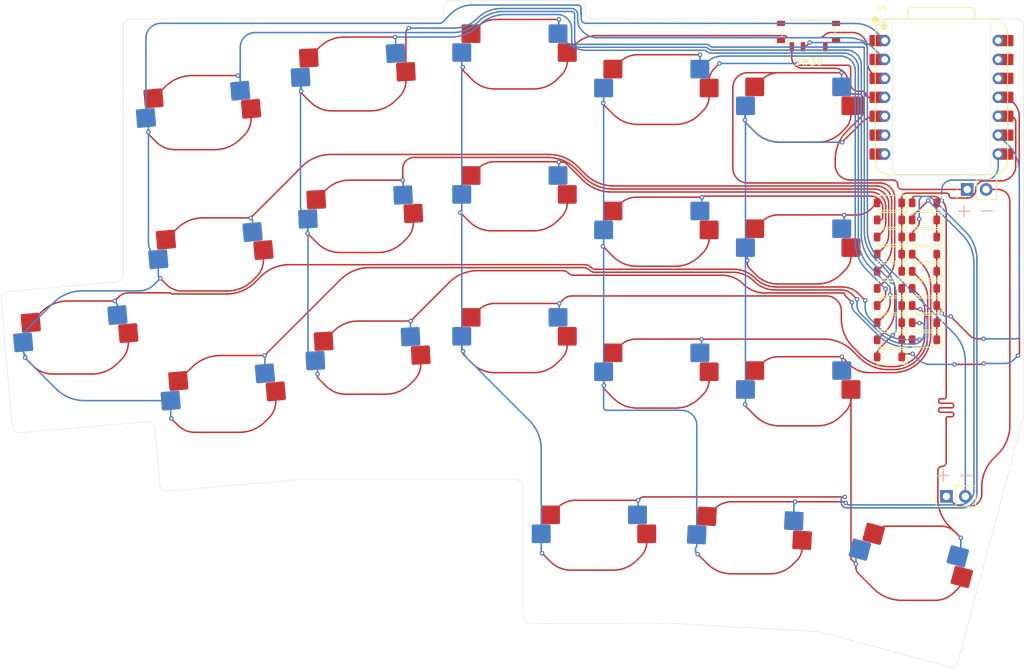
<source format=kicad_pcb>
(kicad_pcb (version 20241229) (generator "pcbnew") (generator_version "9.0")
  (layers (0 "F.Cu" signal) (2 "B.Cu" signal) (13 "F.Paste" user) (15 "B.Paste" user) (5 "F.SilkS" user "F.Silkscreen") (7 "B.SilkS" user "B.Silkscreen") (1 "F.Mask" user) (3 "B.Mask" user) (25 "Edge.Cuts" user))
  (net 0 "")
  (net 1 "/R0")
  (net 2 "Net-(D1-A)")
  (net 3 "Net-(D2-A)")
  (net 4 "Net-(D3-A)")
  (net 5 "Net-(D4-A)")
  (net 6 "Net-(D5-A)")
  (net 7 "Net-(D6-A)")
  (net 8 "/R1")
  (net 9 "Net-(D7-A)")
  (net 10 "Net-(D8-A)")
  (net 11 "Net-(D9-A)")
  (net 12 "Net-(D10-A)")
  (net 13 "/R2")
  (net 14 "Net-(D11-A)")
  (net 15 "Net-(D12-A)")
  (net 16 "Net-(D13-A)")
  (net 17 "Net-(D14-A)")
  (net 18 "Net-(D15-A)")
  (net 19 "Net-(D16-A)")
  (net 20 "Net-(D17-A)")
  (net 21 "/R3")
  (net 22 "Net-(D18-A)")
  (net 23 "Net-(D19-A)")
  (net 24 "Net-(J1-Pin_1)")
  (net 25 "Net-(J1-Pin_2)")
  (net 26 "Net-(J2-Pin_1)")
  (net 27 "/C0")
  (net 28 "/C1")
  (net 29 "/C2")
  (net 30 "/C3")
  (net 31 "/C4")
  (net 33 "GND")
  (net 35 "+3V3")
  (net 38 "VBUS")
  (footprint "MX_Hotswap:MX-Hotswap-1U" (layer "F.Cu") (at 90.40986 54.512291 3)
    (property "Reference" "SW7")
    (property "Value" "SW_Push_45deg")
  )
  (footprint "Diode_SMD:D_SOD-123" (layer "F.Cu") (at 161.292307 61.67713 180)
    (property "Reference" "D5" (hide yes))
    (property "Value" "D" (hide yes))
  )
  (footprint "Diode_SMD:D_SOD-123" (layer "F.Cu") (at 161.292307 57.07713 180)
    (property "Reference" "D7" (hide yes))
    (property "Value" "D" (hide yes))
  )
  (footprint "MX_Hotswap:MX-Hotswap-1U" (layer "F.Cu") (at 121.612307 97.16588)
    (property "Reference" "SW17")
    (property "Value" "SW_Push_45deg")
  )
  (footprint "Connector_PinHeader_2.54mm:PinHeader_1x02_P2.54mm_Vertical" (layer "F.Cu") (at 168.947307 89.59713 90)
    (property "Reference" "J1" (hide yes))
    (property "Value" "Conn_01x02" (hide yes))
  )
  (footprint "MX_Hotswap:MX-Hotswap-1U" (layer "F.Cu") (at 129.992307 75.40588)
    (property "Reference" "SW15")
    (property "Value" "SW_Push_45deg")
  )
  (footprint "MX_Hotswap:MX-Hotswap-1U" (layer "F.Cu") (at 149.042307 77.78713)
    (property "Reference" "SW16")
    (property "Value" "SW_Push_45deg")
  )
  (footprint "Diode_SMD:D_SOD-123" (layer "F.Cu") (at 165.992307 63.97713 180)
    (property "Reference" "D13" (hide yes))
    (property "Value" "D" (hide yes))
  )
  (footprint "MX_Hotswap:MX-Hotswap-1U" (layer "F.Cu") (at 68.727761 40.698517 5)
    (property "Reference" "SW1")
    (property "Value" "SW_Push_45deg")
  )
  (footprint "MX_Hotswap:MX-Hotswap-1U" (layer "F.Cu") (at 149.042307 58.73713)
    (property "Reference" "SW10")
    (property "Value" "SW_Push_45deg")
  )
  (footprint "Connector_PinHeader_2.54mm:PinHeader_1x02_P2.54mm_Vertical" (layer "F.Cu") (at 171.737307 48.38713 90)
    (property "Reference" "J2" (hide yes))
    (property "Value" "Conn_01x02")
  )
  (footprint "MX_Hotswap:MX-Hotswap-1U" (layer "F.Cu") (at 52.240726 70.825097 5)
    (property "Reference" "SW11")
    (property "Value" "SW_Push_45deg")
  )
  (footprint "MX_Hotswap:MX-Hotswap-1U" (layer "F.Cu") (at 89.412861 35.488399 3)
    (property "Reference" "SW2")
    (property "Value" "SW_Push_45deg")
  )
  (footprint "MX_Hotswap:MX-Hotswap-1U" (layer "F.Cu") (at 110.942307 32.54338)
    (property "Reference" "SW3")
    (property "Value" "SW_Push_45deg")
  )
  (footprint "Diode_SMD:D_SOD-123" (layer "F.Cu") (at 165.992307 52.47713 180)
    (property "Reference" "D18" (hide yes))
    (property "Value" "D" (hide yes))
  )
  (footprint "Diode_SMD:D_SOD-123" (layer "F.Cu") (at 165.992307 59.37713 180)
    (property "Reference" "D15" (hide yes))
    (property "Value" "D" (hide yes))
  )
  (footprint "MX_Hotswap:MX-Hotswap-1U" (layer "F.Cu") (at 129.992307 37.30588)
    (property "Reference" "SW4")
    (property "Value" "SW_Push_45deg")
  )
  (footprint "Diode_SMD:D_SOD-123" (layer "F.Cu") (at 165.992307 61.67713 180)
    (property "Reference" "D14" (hide yes))
    (property "Value" "D" (hide yes))
  )
  (footprint "MX_Hotswap:MX-Hotswap-1U" (layer "F.Cu") (at 163.506857 101.046591 -15)
    (property "Reference" "SW19")
    (property "Value" "SW_Push_45deg")
  )
  (footprint "Diode_SMD:D_SOD-123" (layer "F.Cu") (at 161.292307 68.57713 180)
    (property "Reference" "D2" (hide yes))
    (property "Value" "D" (hide yes))
  )
  (footprint "Diode_SMD:D_SOD-123" (layer "F.Cu") (at 161.292307 66.27713 180)
    (property "Reference" "D3" (hide yes))
    (property "Value" "D" (hide yes))
  )
  (footprint "Diode_SMD:D_SOD-123" (layer "F.Cu") (at 161.292307 52.47713 180)
    (property "Reference" "D9" (hide yes))
    (property "Value" "D" (hide yes))
  )
  (footprint "MX_Hotswap:MX-Hotswap-1U" (layer "F.Cu") (at 70.388077 59.676026 5)
    (property "Reference" "SW6")
    (property "Value" "SW_Push_45deg")
  )
  (footprint "Diode_SMD:D_SOD-123" (layer "F.Cu") (at 161.292307 63.97713 180)
    (property "Reference" "D4" (hide yes))
    (property "Value" "D" (hide yes))
  )
  (footprint "Diode_SMD:D_SOD-123" (layer "F.Cu") (at 165.992307 50.17713 180)
    (property "Reference" "D19" (hide yes))
    (property "Value" "D" (hide yes))
  )
  (footprint "MX_Hotswap:MX-Hotswap-1U" (layer "F.Cu") (at 129.992307 56.35588)
    (property "Reference" "SW9")
    (property "Value" "SW_Push_45deg")
  )
  (footprint "MX_Hotswap:MX-Hotswap-1U" (layer "F.Cu") (at 142.354045 97.659974 -3)
    (property "Reference" "SW18")
    (property "Value" "SW_Push_45deg")
  )
  (footprint "Diode_SMD:D_SOD-123" (layer "F.Cu") (at 165.992307 54.77713 180)
    (property "Reference" "D17" (hide yes))
    (property "Value" "D" (hide yes))
  )
  (footprint "MX_Hotswap:MX-Hotswap-1U" (layer "F.Cu") (at 110.942307 70.64338)
    (property "Reference" "SW14")
    (property "Value" "SW_Push_45deg")
  )
  (footprint "MX_Hotswap:MX-Hotswap-1U" (layer "F.Cu") (at 149.042307 39.68713)
    (property "Reference" "SW5")
    (property "Value" "SW_Push_45deg")
  )
  (footprint "Diode_SMD:D_SOD-123" (layer "F.Cu") (at 161.292307 50.17713 180)
    (property "Reference" "D10" (hide yes))
    (property "Value" "D" (hide yes))
  )
  (footprint "ScottoKeebs_Components:Switch_MSK12C02" (layer "F.Cu") (at 150.428307 27.23213)
    (property "Reference" "SW39")
    (property "Value" "SW_SPDT")
  )
  (footprint "Diode_SMD:D_SOD-123" (layer "F.Cu") (at 161.292307 54.77713 180)
    (property "Reference" "D8" (hide yes))
    (property "Value" "D" (hide yes))
  )
  (footprint "Diode_SMD:D_SOD-123" (layer "F.Cu") (at 165.992307 68.57713 180)
    (property "Reference" "D11" (hide yes))
    (property "Value" "D" (hide yes))
  )
  (footprint "Diode_SMD:D_SOD-123" (layer "F.Cu") (at 161.292307 70.87713 180)
    (property "Reference" "D1" (hide yes))
    (property "Value" "D" (hide yes))
  )
  (footprint "MX_Hotswap:MX-Hotswap-1U" (layer "F.Cu") (at 91.406861 73.536184 3)
    (property "Reference" "SW13")
    (property "Value" "SW_Push_45deg")
  )
  (footprint "MX_Hotswap:MX-Hotswap-1U" (layer "F.Cu") (at 72.048394 78.653534 5)
    (property "Reference" "SW12")
    (property "Value" "SW_Push_45deg")
  )
  (footprint "XIAO-:XIAO-nRF52840-DIP" (layer "F.Cu") (at 168.275307 36.01013)
    (property "Reference" "U1")
    (property "Value" "XIAO-nRF52840-DIP")
  )
  (footprint "Diode_SMD:D_SOD-123" (layer "F.Cu") (at 165.992307 57.07713 180)
    (property "Reference" "D16" (hide yes))
    (property "Value" "D" (hide yes))
  )
  (footprint "Diode_SMD:D_SOD-123" (layer "F.Cu") (at 161.292307 59.37713 180)
    (property "Reference" "D6" (hide yes))
    (property "Value" "D" (hide yes))
  )
  (footprint "MX_Hotswap:MX-Hotswap-1U" (layer "F.Cu") (at 110.942307 51.59338)
    (property "Reference" "SW8")
    (property "Value" "SW_Push_45deg")
  )
  (footprint "Diode_SMD:D_SOD-123" (layer "F.Cu") (at 165.992307 66.27713 180)
    (property "Reference" "D12" (hide yes))
    (property "Value" "D" (hide yes))
  )
  (footprint "MX_Hotswap:MX-Hotswap-1U" (layer "B.Cu") (at 72.048394 78.653534 -175)
    (property "Reference" "SW31")
    (property "Value" "SW_Push_45deg")
  )
  (footprint "MX_Hotswap:MX-Hotswap-1U" (layer "B.Cu") (at 90.40986 54.512291 -177)
    (property "Reference" "SW26")
    (property "Value" "SW_Push_45deg")
  )
  (footprint "MX_Hotswap:MX-Hotswap-1U" (layer "B.Cu") (at 142.354045 97.659974 177)
    (property "Reference" "SW37")
    (property "Value" "SW_Push_45deg")
  )
  (footprint "MX_Hotswap:MX-Hotswap-1U" (layer "B.Cu") (at 89.412861 35.488399 -177)
    (property "Reference" "SW21")
    (property "Value" "SW_Push_45deg")
  )
  (footprint "MX_Hotswap:MX-Hotswap-1U" (layer "B.Cu") (at 149.042307 58.73713 180)
    (property "Reference" "SW29")
    (property "Value" "SW_Push_45deg")
  )
  (footprint "MX_Hotswap:MX-Hotswap-1U" (layer "B.Cu") (at 52.240726 70.825097 -175)
    (property "Reference" "SW30")
    (property "Value" "SW_Push_45deg")
  )
  (footprint "MX_Hotswap:MX-Hotswap-1U" (layer "B.Cu") (at 129.992307 75.40588 180)
    (property "Reference" "SW34")
    (property "Value" "SW_Push_45deg")
  )
  (footprint "MX_Hotswap:MX-Hotswap-1U" (layer "B.Cu") (at 129.992307 56.35588 180)
    (property "Reference" "SW28")
    (property "Value" "SW_Push_45deg")
  )
  (footprint "MX_Hotswap:MX-Hotswap-1U" (layer "B.Cu") (at 91.406861 73.536184 -177)
    (property "Reference" "SW32")
    (property "Value" "SW_Push_45deg")
  )
  (footprint "MX_Hotswap:MX-Hotswap-1U" (layer "B.Cu") (at 70.388077 59.676026 -175)
    (property "Reference" "SW25")
    (property "Value" "SW_Push_45deg")
  )
  (footprint "MX_Hotswap:MX-Hotswap-1U" (layer "B.Cu") (at 68.727761 40.698517 -175)
    (property "Reference" "SW20")
    (property "Value" "SW_Push_45deg")
  )
  (footprint "MX_Hotswap:MX-Hotswap-1U" (layer "B.Cu") (at 163.506857 101.046591 165)
    (property "Reference" "SW38")
    (property "Value" "SW_Push_45deg")
  )
  (footprint "MX_Hotswap:MX-Hotswap-1U" (layer "B.Cu") (at 149.042307 77.78713 180)
    (property "Reference" "SW35")
    (property "Value" "SW_Push_45deg")
  )
  (footprint "MX_Hotswap:MX-Hotswap-1U" (layer "B.Cu") (at 129.992307 37.30588 180)
    (property "Reference" "SW23")
    (property "Value" "SW_Push_45deg")
  )
  (footprint "MX_Hotswap:MX-Hotswap-1U" (layer "B.Cu") (at 110.942307 51.59338 180)
    (property "Reference" "SW27")
    (property "Value" "SW_Push_45deg")
  )
  (footprint "MX_Hotswap:MX-Hotswap-1U" (layer "B.Cu") (at 149.042307 39.68713 180)
    (property "Reference" "SW24")
    (property "Value" "SW_Push_45deg")
  )
  (footprint "MX_Hotswap:MX-Hotswap-1U" (layer "B.Cu") (at 110.942307 70.64338 180)
    (property "Reference" "SW33")
    (property "Value" "SW_Push_45deg")
  )
  (footprint "MX_Hotswap:MX-Hotswap-1U" (layer "B.Cu") (at 110.942307 32.54338 180)
    (property "Reference" "SW22")
    (property "Value" "SW_Push_45deg")
  )
  (footprint "MX_Hotswap:MX-Hotswap-1U" (layer "B.Cu") (at 121.612307 97.16588 180)
    (property "Reference" "SW36")
    (property "Value" "SW_Push_45deg")
  )
  (gr_line (start 43.494974 80.147816) (end 42.008942 63.162386) (stroke (width 0.05)) (layer "Edge.Cuts"))
  (gr_arc (start 121.467844 25.472162) (mid 120.76039 25.179459) (end 120.467307 24.472162) (stroke (width 0.05)) (layer "Edge.Cuts"))
  (gr_arc (start 64.385993 88.885291) (mid 63.65605 88.655141) (end 63.302642 87.976253) (stroke (width 0.05)) (layer "Edge.Cuts"))
  (gr_arc (start 174.892259 45.390887) (mid 174.600326 46.097028) (end 173.894972 46.390932) (stroke (width 0.05)) (layer "Edge.Cuts"))
  (gr_line (start 121.467844 25.472162) (end 125.250307 25.47013) (stroke (width 0.05)) (layer "Edge.Cuts"))
  (gr_arc (start 160.65817 25.498612) (mid 161.364758 25.791761) (end 161.657366 26.498565) (stroke (width 0.05)) (layer "Edge.Cuts"))
  (gr_line (start 119.467307 23.01838) (end 102.4169 23.01838) (stroke (width 0.05)) (layer "Edge.Cuts"))
  (gr_line (start 58.408848 32.039921) (end 58.404999 26.478622) (stroke (width 0.05)) (layer "Edge.Cuts"))
  (gr_arc (start 111.087273 87.311164) (mid 111.794402 87.604045) (end 112.087307 88.311164) (stroke (width 0.05)) (layer "Edge.Cuts"))
  (gr_arc (start 101.4169 24.017973) (mid 101.709944 23.311142) (end 102.4169 23.01838) (stroke (width 0.05)) (layer "Edge.Cuts"))
  (gr_arc (start 44.578325 81.056854) (mid 43.848414 80.826689) (end 43.494974 80.147816) (stroke (width 0.05)) (layer "Edge.Cuts"))
  (gr_line (start 169.276123 112.453468) (end 151.841161 107.781783) (stroke (width 0.05)) (layer "Edge.Cuts"))
  (gr_line (start 98.44369 25.477042) (end 59.404976 25.47793) (stroke (width 0.05)) (layer "Edge.Cuts"))
  (gr_line (start 175.891129 25.467904) (end 178.313983 25.467356) (stroke (width 0.05)) (layer "Edge.Cuts"))
  (gr_arc (start 162.660973 46.42141) (mid 161.952129 46.129495) (end 161.65826 45.42146) (stroke (width 0.05)) (layer "Edge.Cuts"))
  (gr_line (start 151.841161 107.781783) (end 132.343599 106.67342) (stroke (width 0.05)) (layer "Edge.Cuts"))
  (gr_line (start 170.500868 111.746361) (end 175.172553 94.311399) (stroke (width 0.05)) (layer "Edge.Cuts"))
  (gr_line (start 42.917671 62.079063) (end 57.493853 60.799245) (stroke (width 0.05)) (layer "Edge.Cuts"))
  (gr_line (start 160.65817 25.498612) (end 125.250307 25.47013) (stroke (width 0.05)) (layer "Edge.Cuts"))
  (gr_line (start 63.302642 87.976253) (end 62.646796 80.479887) (stroke (width 0.05)) (layer "Edge.Cuts"))
  (gr_line (start 112.087307 105.690018) (end 112.087307 88.311164) (stroke (width 0.05)) (layer "Edge.Cuts"))
  (gr_line (start 175.172553 94.311399) (end 178.279307 82.716837) (stroke (width 0.05)) (layer "Edge.Cuts"))
  (gr_arc (start 170.500868 111.746361) (mid 170.034942 112.353567) (end 169.276123 112.453468) (stroke (width 0.05)) (layer "Edge.Cuts"))
  (gr_line (start 132.343599 106.67342) (end 113.088169 106.690017) (stroke (width 0.05)) (layer "Edge.Cuts"))
  (gr_line (start 82.367307 87.31213) (end 111.087273 87.311164) (stroke (width 0.05)) (layer "Edge.Cuts"))
  (gr_arc (start 58.404999 26.478622) (mid 58.697629 25.771056) (end 59.404976 25.47793) (stroke (width 0.05)) (layer "Edge.Cuts"))
  (gr_arc (start 113.088169 106.690017) (mid 112.380495 106.397433) (end 112.087307 105.690018) (stroke (width 0.05)) (layer "Edge.Cuts"))
  (gr_line (start 120.467307 24.01838) (end 120.467307 24.472162) (stroke (width 0.05)) (layer "Edge.Cuts"))
  (gr_line (start 161.65826 45.42146) (end 161.657366 26.498565) (stroke (width 0.05)) (layer "Edge.Cuts"))
  (gr_line (start 58.408848 32.039921) (end 58.406388 59.803167) (stroke (width 0.05)) (layer "Edge.Cuts"))
  (gr_arc (start 42.008942 63.162386) (mid 42.238992 62.432562) (end 42.917671 62.079063) (stroke (width 0.05)) (layer "Edge.Cuts"))
  (gr_arc (start 178.313983 25.467356) (mid 179.020927 25.759851) (end 179.314209 26.466454) (stroke (width 0.05)) (layer "Edge.Cuts"))
  (gr_line (start 174.891355 26.467952) (end 174.892259 45.390887) (stroke (width 0.05)) (layer "Edge.Cuts"))
  (gr_line (start 101.4169 24.017973) (end 101.416713 24.476844) (stroke (width 0.05)) (layer "Edge.Cuts"))
  (gr_line (start 179.314209 26.466454) (end 179.361188 78.539259) (stroke (width 0.05)) (layer "Edge.Cuts"))
  (gr_arc (start 101.416713 24.476844) (mid 101.123784 25.183579) (end 100.41702 25.476437) (stroke (width 0.05)) (layer "Edge.Cuts"))
  (gr_line (start 178.279307 82.716837) (end 179.327236 78.798525) (stroke (width 0.05)) (layer "Edge.Cuts"))
  (gr_arc (start 58.406388 59.803167) (mid 58.14374 60.478587) (end 57.493853 60.799245) (stroke (width 0.05)) (layer "Edge.Cuts"))
  (gr_arc (start 119.467307 23.01838) (mid 120.174414 23.311273) (end 120.467307 24.01838) (stroke (width 0.05)) (layer "Edge.Cuts"))
  (gr_line (start 44.578325 81.056854) (end 61.563445 79.570849) (stroke (width 0.05)) (layer "Edge.Cuts"))
  (gr_arc (start 61.563445 79.570849) (mid 62.293388 79.800999) (end 62.646796 80.479887) (stroke (width 0.05)) (layer "Edge.Cuts"))
  (gr_line (start 173.894972 46.390932) (end 162.660973 46.42141) (stroke (width 0.05)) (layer "Edge.Cuts"))
  (gr_arc (start 174.891355 26.467952) (mid 175.184151 25.760894) (end 175.891129 25.467904) (stroke (width 0.05)) (layer "Edge.Cuts"))
  (gr_arc (start 179.361188 78.539259) (mid 179.352728 78.670007) (end 179.327236 78.798525) (stroke (width 0.05)) (layer "Edge.Cuts"))
  (gr_line (start 100.41702 25.476437) (end 98.44369 25.477042) (stroke (width 0.05)) (layer "Edge.Cuts"))
  (gr_line (start 64.385993 88.885291) (end 82.367307 87.31213) (stroke (width 0.05)) (layer "Edge.Cuts"))
  (gr_text "+" (at 169.967307 52.30713 0) (layer "F.SilkS") (effects (font (size 2 2)) (justify left bottom)))
  (gr_text "+" (at 167.177307 87.82713 0) (layer "F.SilkS") (effects (font (size 2 2)) (justify left bottom)))
  (gr_text "-\n" (at 170.222307 87.82713 0) (layer "F.SilkS") (effects (font (size 2 2)) (justify left bottom)))
  (gr_text "-\n" (at 173.012307 52.28713 0) (layer "F.SilkS") (effects (font (size 2 2)) (justify left bottom)))
  (gr_text "+" (at 167.177307 87.82713 0) (layer "B.SilkS") (effects (font (size 2 2)) (justify left bottom)))
  (gr_text "+" (at 169.972307 52.30713 0) (layer "B.SilkS") (effects (font (size 2 2)) (justify left bottom)))
  (gr_text "-\n" (at 170.222307 87.82713 0) (layer "B.SilkS") (effects (font (size 2 2)) (justify left bottom)))
  (gr_text "-\n" (at 173.022307 52.28713 0) (layer "B.SilkS") (effects (font (size 2 2)) (justify left bottom)))
  (segment (start 176.560307 36.01013) (end 175.895307 36.01013) (width 0.2) (layer "F.Cu") (net 1))
  (segment (start 164.402307 70.46713) (end 163.64222 70.46713) (width 0.2) (layer "F.Cu") (net 1))
  (segment (start 178.55411 70.694461) (end 178.65352 70.59505) (width 0.2) (layer "F.Cu") (net 1))
  (segment (start 178.724125 38.567141) (end 178.752804 70.355052) (width 0.2) (layer "F.Cu") (net 1))
  (segment (start 162.942307 70.587216) (end 162.942307 61.67713) (width 0.2) (layer "F.Cu") (net 1))
  (segment (start 177.695533 36.480356) (end 177.974238 36.759061) (width 0.2) (layer "F.Cu") (net 1))
  (segment (start 173.882307 71.81713) (end 173.942307 71.75713) (width 0.2) (layer "F.Cu") (net 1))
  (segment (start 170.042307 71.87713) (end 173.737454 71.87713) (width 0.2) (layer "F.Cu") (net 1))
  (via (at 170.042307 71.87713) (size 0.6) (drill 0.3) (layers "F.Cu" "B.Cu") (net 1))
  (via (at 164.402307 70.46713) (size 0.6) (drill 0.3) (layers "F.Cu" "B.Cu") (net 1))
  (via (at 178.55411 70.694461) (size 0.6) (drill 0.3) (layers "F.Cu" "B.Cu") (net 1))
  (via (at 173.942307 71.75713) (size 0.6) (drill 0.3) (layers "F.Cu" "B.Cu") (net 1))
  (arc (start 178.752804 70.355052) (mid 178.727059 70.484937) (end 178.65352 70.59505) (width 0.2) (layer "F.Cu") (net 1))
  (arc (start 173.882307 71.81713) (mid 173.815847 71.861536) (end 173.737454 71.87713) (width 0.2) (layer "F.Cu") (net 1))
  (arc (start 177.974238 36.759061) (mid 178.528794 37.588608) (end 178.724125 38.567141) (width 0.2) (layer "F.Cu") (net 1))
  (arc (start 163.64222 70.46713) (mid 163.374375 70.520407) (end 163.147307 70.67213) (width 0.2) (layer "F.Cu") (net 1))
  (arc (start 177.695533 36.480356) (mid 177.174686 36.132337) (end 176.560307 36.01013) (width 0.2) (layer "F.Cu") (net 1))
  (arc (start 162.942307 70.587216) (mid 163.016438 70.698161) (end 163.147307 70.67213) (width 0.2) (layer "F.Cu") (net 1))
  (segment (start 176.74002 71.75713) (end 173.942307 71.75713) (width 0.2) (layer "B.Cu") (net 1))
  (segment (start 178.022775 71.225795) (end 178.55411 70.694461) (width 0.2) (layer "B.Cu") (net 1))
  (segment (start 164.402307 70.46713) (end 165.107307 71.17213) (width 0.2) (layer "B.Cu") (net 1))
  (segment (start 166.809327 71.87713) (end 170.042307 71.87713) (width 0.2) (layer "B.Cu") (net 1))
  (arc (start 165.107307 71.17213) (mid 165.8882 71.693906) (end 166.809327 71.87713) (width 0.2) (layer "B.Cu") (net 1))
  (arc (start 178.022775 71.225795) (mid 177.434242 71.61904) (end 176.74002 71.75713) (width 0.2) (layer "B.Cu") (net 1))
  (segment (start 159.642307 70.45713) (end 159.642307 70.87713) (width 0.2) (layer "F.Cu") (net 2))
  (segment (start 63.995181 34.617071) (end 62.46524 36.147012) (width 0.2) (layer "F.Cu") (net 2))
  (segment (start 73.802307 33.08713) (end 67.688785 33.08713) (width 0.2) (layer "F.Cu") (net 2))
  (segment (start 159.939291 69.740145) (end 161.732307 67.94713) (width 0.2) (layer "F.Cu") (net 2))
  (via (at 161.732307 67.94713) (size 0.6) (drill 0.3) (layers "F.Cu" "B.Cu") (net 2))
  (via (at 73.802307 33.08713) (size 0.6) (drill 0.3) (layers "F.Cu" "B.Cu") (net 2))
  (arc (start 159.939291 69.740145) (mid 159.71949 70.0691) (end 159.642307 70.45713) (width 0.2) (layer "F.Cu") (net 2))
  (arc (start 67.688785 33.08713) (mid 65.68982 33.484748) (end 63.995181 34.617071) (width 0.2) (layer "F.Cu") (net 2))
  (segment (start 157.914307 53.995223) (end 157.914307 29.363069) (width 0.2) (layer "B.Cu") (net 2))
  (segment (start 76.104777 27.31613) (end 102.615094 27.31613) (width 0.2) (layer "B.Cu") (net 2))
  (segment (start 159.508099 57.842979) (end 160.609514 58.944394) (width 0.2) (layer "B.Cu") (net 2))
  (segment (start 118.612307 24.48613) (end 109.447319 24.48613) (width 0.2) (layer "B.Cu") (net 2))
  (segment (start 119.013307 24.887129) (end 119.013307 28.320627) (width 0.2) (layer "B.Cu") (net 2))
  (segment (start 162.203307 67.143082) (end 162.203307 62.79215) (width 0.2) (layer "B.Cu") (net 2))
  (segment (start 157.818367 29.26713) (end 137.590257 29.26713) (width 0.2) (layer "B.Cu") (net 2))
  (segment (start 161.967807 67.71163) (end 161.732307 67.94713) (width 0.2) (layer "B.Cu") (net 2))
  (segment (start 74.104779 29.316128) (end 74.104779 34.259143) (width 0.2) (layer "B.Cu") (net 2))
  (segment (start 119.586809 28.89413) (end 136.689756 28.89413) (width 0.2) (layer "B.Cu") (net 2))
  (segment (start 73.802307 33.08713) (end 73.953543 33.238366) (width 0.2) (layer "B.Cu") (net 2))
  (segment (start 74.104779 33.603482) (end 74.104779 34.259143) (width 0.2) (layer "B.Cu") (net 2))
  (arc (start 137.140007 29.08063) (mid 136.93343 28.942599) (end 136.689756 28.89413) (width 0.2) (layer "B.Cu") (net 2))
  (arc (start 162.203307 67.143082) (mid 162.142102 67.450778) (end 161.967807 67.71163) (width 0.2) (layer "B.Cu") (net 2))
  (arc (start 137.140007 29.08063) (mid 137.346583 29.21866) (end 137.590257 29.26713) (width 0.2) (layer "B.Cu") (net 2))
  (arc (start 118.895857 24.60358) (mid 118.765763 24.516654) (end 118.612307 24.48613) (width 0.2) (layer "B.Cu") (net 2))
  (arc (start 118.895857 24.60358) (mid 118.982782 24.733673) (end 119.013307 24.887129) (width 0.2) (layer "B.Cu") (net 2))
  (arc (start 73.953543 33.238366) (mid 74.065474 33.405882) (end 74.104779 33.603482) (width 0.2) (layer "B.Cu") (net 2))
  (arc (start 119.013307 28.320627) (mid 119.056962 28.540097) (end 119.181282 28.726155) (width 0.2) (layer "B.Cu") (net 2))
  (arc (start 157.886207 29.29523) (mid 157.907004 29.326354) (end 157.914307 29.363069) (width 0.2) (layer "B.Cu") (net 2))
  (arc (start 74.104779 34.259143) (mid 74.104779 34.259143) (end 74.104779 34.259143) (width 0.2) (layer "B.Cu") (net 2))
  (arc (start 76.104777 27.31613) (mid 74.690564 27.901915) (end 74.104779 29.316128) (width 0.2) (layer "B.Cu") (net 2))
  (arc (start 119.181282 28.726155) (mid 119.367339 28.850474) (end 119.586809 28.89413) (width 0.2) (layer "B.Cu") (net 2))
  (arc (start 106.031207 25.90113) (mid 104.463881 26.948383) (end 102.615094 27.31613) (width 0.2) (layer "B.Cu") (net 2))
  (arc (start 109.447319 24.48613) (mid 107.598532 24.853876) (end 106.031207 25.90113) (width 0.2) (layer "B.Cu") (net 2))
  (arc (start 157.914307 53.995223) (mid 158.32852 56.077613) (end 159.508099 57.842979) (width 0.2) (layer "B.Cu") (net 2))
  (arc (start 157.886207 29.29523) (mid 157.855081 29.274432) (end 157.818367 29.26713) (width 0.2) (layer "B.Cu") (net 2))
  (arc (start 160.609514 58.944394) (mid 161.789093 60.709759) (end 162.203307 62.79215) (width 0.2) (layer "B.Cu") (net 2))
  (segment (start 161.992307 64.565429) (end 161.992307 61.452901) (width 0.2) (layer "F.Cu") (net 3))
  (segment (start 88.09969 27.91713) (end 94.892307 27.91713) (width 0.2) (layer "F.Cu") (net 3))
  (segment (start 161.797307 60.98213) (end 161.602307 60.78713) (width 0.2) (layer "F.Cu") (net 3))
  (segment (start 84.71499 29.319119) (end 83.313001 30.721108) (width 0.2) (layer "F.Cu") (net 3))
  (segment (start 160.817307 67.40213) (end 159.642307 68.57713) (width 0.2) (layer "F.Cu") (net 3))
  (via (at 161.602307 60.78713) (size 0.6) (drill 0.3) (layers "F.Cu" "B.Cu") (net 3))
  (via (at 94.892307 27.91713) (size 0.6) (drill 0.3) (layers "F.Cu" "B.Cu") (net 3))
  (arc (start 88.09969 27.91713) (mid 86.267903 28.281495) (end 84.71499 29.319119) (width 0.2) (layer "F.Cu") (net 3))
  (arc (start 161.797307 60.98213) (mid 161.941628 61.198121) (end 161.992307 61.452901) (width 0.2) (layer "F.Cu") (net 3))
  (arc (start 161.992307 64.565429) (mid 161.686934 66.10064) (end 160.817307 67.40213) (width 0.2) (layer "F.Cu") (net 3))
  (segment (start 94.980988 28.198517) (end 94.980988 30.109615) (width 0.2) (layer "B.Cu") (net 3))
  (segment (start 116.693732 24.88713) (end 109.75484 24.88713) (width 0.2) (layer "B.Cu") (net 3))
  (segment (start 94.892307 27.91713) (end 94.892307 27.984423) (width 0.2) (layer "B.Cu") (net 3))
  (segment (start 157.513307 31.668128) (end 157.513307 54.444166) (width 0.2) (layer "B.Cu") (net 3))
  (segment (start 136.523656 29.29513) (end 119.586808 29.29513) (width 0.2) (layer "B.Cu") (net 3))
  (segment (start 118.612307 26.805705) (end 118.612307 28.320628) (width 0.2) (layer "B.Cu") (net 3))
  (segment (start 155.513308 29.66813) (end 137.424157 29.66813) (width 0.2) (layer "B.Cu") (net 3))
  (segment (start 161.602307 60.78713) (end 159.107099 58.291922) (width 0.2) (layer "B.Cu") (net 3))
  (segment (start 94.892307 27.91713) (end 102.439773 27.91713) (width 0.2) (layer "B.Cu") (net 3))
  (arc (start 157.513307 54.444166) (mid 157.92752 56.526556) (end 159.107099 58.291922) (width 0.2) (layer "B.Cu") (net 3))
  (arc (start 136.973907 29.48163) (mid 137.180483 29.61966) (end 137.424157 29.66813) (width 0.2) (layer "B.Cu") (net 3))
  (arc (start 118.612307 26.805705) (mid 118.050369 25.449067) (end 116.693732 24.88713) (width 0.2) (layer "B.Cu") (net 3))
  (arc (start 136.973907 29.48163) (mid 136.76733 29.343599) (end 136.523656 29.29513) (width 0.2) (layer "B.Cu") (net 3))
  (arc (start 94.936647 28.09147) (mid 94.969464 28.140583) (end 94.980988 28.198517) (width 0.2) (layer "B.Cu") (net 3))
  (arc (start 118.897732 29.009705) (mid 119.213882 29.22095) (end 119.586808 29.29513) (width 0.2) (layer "B.Cu") (net 3))
  (arc (start 94.892307 27.984423) (mid 94.90383 28.042356) (end 94.936647 28.09147) (width 0.2) (layer "B.Cu") (net 3))
  (arc (start 118.612307 28.320628) (mid 118.686486 28.693553) (end 118.897732 29.009705) (width 0.2) (layer "B.Cu") (net 3))
  (arc (start 106.097307 26.40213) (mid 104.419216 27.523394) (end 102.439773 27.91713) (width 0.2) (layer "B.Cu") (net 3))
  (arc (start 157.513307 31.668128) (mid 156.92752 30.253915) (end 155.513308 29.66813) (width 0.2) (layer "B.Cu") (net 3))
  (arc (start 109.75484 24.88713) (mid 107.775397 25.280865) (end 106.097307 26.40213) (width 0.2) (layer "B.Cu") (net 3))
  (segment (start 161.382307 63.53213) (end 161.382307 62.52713) (width 0.2) (layer "F.Cu") (net 4))
  (segment (start 106.053432 26.510255) (end 105.100307 27.46338) (width 0.2) (layer "F.Cu") (net 4))
  (segment (start 160.671664 65.247772) (end 159.642307 66.27713) (width 0.2) (layer "F.Cu") (net 4))
  (segment (start 108.354479 25.55713) (end 116.902307 25.55713) (width 0.2) (layer "F.Cu") (net 4))
  (via (at 116.902307 25.55713) (size 0.6) (drill 0.3) (layers "F.Cu" "B.Cu") (net 4))
  (via (at 161.382307 62.52713) (size 0.6) (drill 0.3) (layers "F.Cu" "B.Cu") (net 4))
  (arc (start 108.354479 25.55713) (mid 107.109161 25.804839) (end 106.053432 26.510255) (width 0.2) (layer "F.Cu") (net 4))
  (arc (start 161.382307 63.53213) (mid 161.197616 64.460628) (end 160.671664 65.247772) (width 0.2) (layer "F.Cu") (net 4))
  (segment (start 161.382307 61.98778) (end 161.382307 62.52713) (width 0.2) (layer "B.Cu") (net 4))
  (segment (start 157.112307 32.069128) (end 157.112307 54.963223) (width 0.2) (layer "B.Cu") (net 4))
  (segment (start 137.258057 30.06913) (end 155.112308 30.06913) (width 0.2) (layer "B.Cu") (net 4))
  (segment (start 116.902307 25.55713) (end 116.902307 27.261941) (width 0.2) (layer "B.Cu") (net 4))
  (segment (start 120.595849 29.69613) (end 136.357556 29.69613) (width 0.2) (layer "B.Cu") (net 4))
  (segment (start 161.383307 61.73713) (end 161.383307 61.985365) (width 0.2) (layer "B.Cu") (net 4))
  (segment (start 117.900682 28.579755) (end 116.843307 27.52238) (width 0.2) (layer "B.Cu") (net 4))
  (segment (start 161.207277 61.312157) (end 158.706099 58.810979) (width 0.2) (layer "B.Cu") (net 4))
  (arc (start 161.382807 61.986573) (mid 161.382436 61.987126) (end 161.382307 61.98778) (width 0.2) (layer "B.Cu") (net 4))
  (arc (start 116.843307 27.40438) (mid 116.818868 27.46338) (end 116.843307 27.52238) (width 0.2) (layer "B.Cu") (net 4))
  (arc (start 116.902307 27.261941) (mid 116.886973 27.339028) (end 116.843307 27.40438) (width 0.2) (layer "B.Cu") (net 4))
  (arc (start 157.112307 54.963223) (mid 157.52652 57.045613) (end 158.706099 58.810979) (width 0.2) (layer "B.Cu") (net 4))
  (arc (start 161.383307 61.985365) (mid 161.383177 61.986018) (end 161.382807 61.986573) (width 0.2) (layer "B.Cu") (net 4))
  (arc (start 157.112307 32.069128) (mid 156.52652 30.654915) (end 155.112308 30.06913) (width 0.2) (layer "B.Cu") (net 4))
  (arc (start 136.807807 29.88263) (mid 137.014383 30.02066) (end 137.258057 30.06913) (width 0.2) (layer "B.Cu") (net 4))
  (arc (start 117.900682 28.579755) (mid 119.137235 29.405993) (end 120.595849 29.69613) (width 0.2) (layer "B.Cu") (net 4))
  (arc (start 136.807807 29.88263) (mid 136.60123 29.744599) (end 136.357556 29.69613) (width 0.2) (layer "B.Cu") (net 4))
  (arc (start 161.207277 61.312157) (mid 161.337558 61.507136) (end 161.383307 61.73713) (width 0.2) (layer "B.Cu") (net 4))
  (segment (start 125.114682 31.261505) (end 124.150307 32.22588) (width 0.2) (layer "F.Cu") (net 5))
  (segment (start 127.442889 30.29713) (end 135.852307 30.29713) (width 0.2) (layer "F.Cu") (net 5))
  (segment (start 160.782307 62.28713) (end 160.782307 61.73713) (width 0.2) (layer "F.Cu") (net 5))
  (segment (start 160.393398 63.226038) (end 159.642307 63.97713) (width 0.2) (layer "F.Cu") (net 5))
  (via (at 135.852307 30.29713) (size 0.6) (drill 0.3) (layers "F.Cu" "B.Cu") (net 5))
  (via (at 160.782307 61.73713) (size 0.6) (drill 0.3) (layers "F.Cu" "B.Cu") (net 5))
  (arc (start 127.442889 30.29713) (mid 126.182872 30.547762) (end 125.114682 31.261505) (width 0.2) (layer "F.Cu") (net 5))
  (arc (start 160.782307 62.28713) (mid 160.681232 62.795263) (end 160.393398 63.226038) (width 0.2) (layer "F.Cu") (net 5))
  (segment (start 160.782307 61.73713) (end 158.296099 59.250922) (width 0.2) (layer "B.Cu") (net 5))
  (segment (start 136.712182 31.348005) (end 135.843307 32.21688) (width 0.2) (layer "B.Cu") (net 5))
  (segment (start 135.852307 32.195152) (end 135.852307 30.29713) (width 0.2) (layer "B.Cu") (net 5))
  (segment (start 138.831559 30.47013) (end 154.702308 30.47013) (width 0.2) (layer "B.Cu") (net 5))
  (segment (start 156.702307 55.403166) (end 156.702307 32.470128) (width 0.2) (layer "B.Cu") (net 5))
  (arc (start 135.843307 32.21688) (mid 135.843307 32.21688) (end 135.843307 32.21688) (width 0.2) (layer "B.Cu") (net 5))
  (arc (start 156.702307 32.470128) (mid 156.11652 31.055915) (end 154.702308 30.47013) (width 0.2) (layer "B.Cu") (net 5))
  (arc (start 156.702307 55.403166) (mid 157.11652 57.485556) (end 158.296099 59.250922) (width 0.2) (layer "B.Cu") (net 5))
  (arc (start 135.852307 32.195152) (mid 135.849967 32.206911) (end 135.843307 32.21688) (width 0.2) (layer "B.Cu") (net 5))
  (arc (start 138.831559 30.47013) (mid 137.68456 30.698282) (end 136.712182 31.348005) (width 0.2) (layer "B.Cu") (net 5))
  (segment (start 140.262307 34.707128) (end 140.262307 45.516131) (width 0.2) (layer "F.Cu") (net 6))
  (segment (start 154.872307 32.70713) (end 142.262305 32.70713) (width 0.2) (layer "F.Cu") (net 6))
  (segment (start 144.150307 33.65713) (end 143.200307 34.60713) (width 0.2) (layer "F.Cu") (net 6))
  (segment (start 154.872307 32.70713) (end 146.443809 32.70713) (width 0.2) (layer "F.Cu") (net 6))
  (segment (start 161.997307 57.656893) (end 161.997307 49.516128) (width 0.2) (layer "F.Cu") (net 6))
  (segment (start 160.819807 60.49963) (end 159.642307 61.67713) (width 0.2) (layer "F.Cu") (net 6))
  (segment (start 142.262305 47.51613) (end 159.997308 47.51613) (width 0.2) (layer "F.Cu") (net 6))
  (via (at 154.872307 32.70713) (size 0.6) (drill 0.3) (layers "F.Cu" "B.Cu") (net 6))
  (arc (start 161.997307 49.516128) (mid 161.41152 48.101915) (end 159.997308 47.51613) (width 0.2) (layer "F.Cu") (net 6))
  (arc (start 146.443809 32.70713) (mid 145.202574 32.954026) (end 144.150307 33.65713) (width 0.2) (layer "F.Cu") (net 6))
  (arc (start 142.262305 32.70713) (mid 140.848092 33.292915) (end 140.262307 34.707128) (width 0.2) (layer "F.Cu") (net 6))
  (arc (start 161.997307 57.656893) (mid 161.691284 59.195371) (end 160.819807 60.49963) (width 0.2) (layer "F.Cu") (net 6))
  (arc (start 140.262307 45.516131) (mid 140.848092 46.930343) (end 142.262305 47.51613) (width 0.2) (layer "F.Cu") (net 6))
  (segment (start 154.878307 34.60113) (end 154.884307 34.60713) (width 0.2) (layer "B.Cu") (net 6))
  (segment (start 154.872307 34.586644) (end 154.872307 32.70713) (width 0.2) (layer "B.Cu") (net 6))
  (arc (start 154.872307 34.586644) (mid 154.873866 34.594483) (end 154.878307 34.60113) (width 0.2) (layer "B.Cu") (net 6))
  (segment (start 69.105853 52.20713) (end 75.502307 52.20713) (width 0.2) (layer "F.Cu") (net 7))
  (segment (start 115.550543 43.68513) (end 86.27827 43.68513) (width 0.2) (layer "F.Cu") (net 7))
  (segment (start 160.619307 58.40013) (end 159.642307 59.37713) (width 0.2) (layer "F.Cu") (net 7))
  (segment (start 124.29047 47.91713) (end 159.596308 47.91713) (width 0.2) (layer "F.Cu") (net 7))
  (segment (start 65.584251 53.665825) (end 64.125556 55.124521) (width 0.2) (layer "F.Cu") (net 7))
  (segment (start 161.596307 56.041443) (end 161.596307 49.917128) (width 0.2) (layer "F.Cu") (net 7))
  (segment (start 120.442714 46.323337) (end 119.398299 45.278922) (width 0.2) (layer "F.Cu") (net 7))
  (segment (start 75.502307 52.20713) (end 82.430514 45.278922) (width 0.2) (layer "F.Cu") (net 7))
  (via (at 75.502307 52.20713) (size 0.6) (drill 0.3) (layers "F.Cu" "B.Cu") (net 7))
  (arc (start 161.596307 56.041443) (mid 161.342392 57.317955) (end 160.619307 58.40013) (width 0.2) (layer "F.Cu") (net 7))
  (arc (start 69.105853 52.20713) (mid 67.199976 52.586232) (end 65.584251 53.665825) (width 0.2) (layer "F.Cu") (net 7))
  (arc (start 86.27827 43.68513) (mid 84.195879 44.099343) (end 82.430514 45.278922) (width 0.2) (layer "F.Cu") (net 7))
  (arc (start 120.442714 46.323337) (mid 122.208079 47.502916) (end 124.29047 47.91713) (width 0.2) (layer "F.Cu") (net 7))
  (arc (start 119.398299 45.278922) (mid 117.632933 44.099343) (end 115.550543 43.68513) (width 0.2) (layer "F.Cu") (net 7))
  (arc (start 161.596307 49.917128) (mid 161.01052 48.502915) (end 159.596308 47.91713) (width 0.2) (layer "F.Cu") (net 7))
  (segment (start 75.765095 52.655737) (end 75.765095 54.106194) (width 0.2) (layer "B.Cu") (net 7))
  (segment (start 75.633701 52.338524) (end 75.502307 52.20713) (width 0.2) (layer "B.Cu") (net 7))
  (arc (start 75.633701 52.338524) (mid 75.730946 52.484062) (end 75.765095 52.655737) (width 0.2) (layer "B.Cu") (net 7))
  (segment (start 177.488807 38.55013) (end 176.730307 38.55013) (width 0.2) (layer "F.Cu") (net 8))
  (segment (start 162.942307 50.17713) (end 162.942307 59.37713) (width 0.2) (layer "F.Cu") (net 8))
  (segment (start 178.247307 45.236131) (end 178.247307 39.30863) (width 0.2) (layer "F.Cu") (net 8))
  (segment (start 162.942307 49.52613) (end 162.942307 50.17713) (width 0.2) (layer "F.Cu") (net 8))
  (segment (start 163.593307 48.87513) (end 168.981807 48.87513) (width 0.2) (layer "F.Cu") (net 8))
  (segment (start 174.039307 47.23613) (end 176.247308 47.23613) (width 0.2) (layer "F.Cu") (net 8))
  (segment (start 171.737307 49.53813) (end 169.644807 49.53813) (width 0.2) (layer "F.Cu") (net 8))
  (arc (start 163.593307 48.87513) (mid 163.13298 49.065803) (end 162.942307 49.52613) (width 0.2) (layer "F.Cu") (net 8))
  (arc (start 178.247307 45.236131) (mid 177.66152 46.650343) (end 176.247308 47.23613) (width 0.2) (layer "F.Cu") (net 8))
  (arc (start 172.888307 48.38713) (mid 172.551186 49.201009) (end 171.737307 49.53813) (width 0.2) (layer "F.Cu") (net 8))
  (arc (start 169.313307 49.20663) (mid 169.410401 49.441035) (end 169.644807 49.53813) (width 0.2) (layer "F.Cu") (net 8))
  (arc (start 169.313307 49.20663) (mid 169.216212 48.972224) (end 168.981807 48.87513) (width 0.2) (layer "F.Cu") (net 8))
  (arc (start 178.247307 39.30863) (mid 178.025147 38.772289) (end 177.488807 38.55013) (width 0.2) (layer "F.Cu") (net 8))
  (arc (start 174.039307 47.23613) (mid 173.225427 47.57325) (end 172.888307 48.38713) (width 0.2) (layer "F.Cu") (net 8))
  (segment (start 95.932307 47.13713) (end 95.932307 45.61163) (width 0.2) (layer "F.Cu") (net 9))
  (segment (start 85.613935 48.441065) (end 84.31 49.745) (width 0.2) (layer "F.Cu") (net 9))
  (segment (start 160.418807 56.30063) (end 159.642307 57.07713) (width 0.2) (layer "F.Cu") (net 9))
  (segment (start 95.932307 47.13713) (end 88.761912 47.13713) (width 0.2) (layer "F.Cu") (net 9))
  (segment (start 120.284614 46.732337) (end 119.232199 45.679922) (width 0.2) (layer "F.Cu") (net 9))
  (segment (start 97.457807 44.08613) (end 115.384443 44.08613) (width 0.2) (layer "F.Cu") (net 9))
  (segment (start 161.195307 54.425993) (end 161.195307 50.326128) (width 0.2) (layer "F.Cu") (net 9))
  (segment (start 124.13237 48.32613) (end 159.195308 48.32613) (width 0.2) (layer "F.Cu") (net 9))
  (via (at 95.932307 47.13713) (size 0.6) (drill 0.3) (layers "F.Cu" "B.Cu") (net 9))
  (arc (start 97.457807 44.08613) (mid 96.379115 44.532938) (end 95.932307 45.61163) (width 0.2) (layer "F.Cu") (net 9))
  (arc (start 120.284614 46.732337) (mid 122.049979 47.911916) (end 124.13237 48.32613) (width 0.2) (layer "F.Cu") (net 9))
  (arc (start 161.195307 50.326128) (mid 160.60952 48.911915) (end 159.195308 48.32613) (width 0.2) (layer "F.Cu") (net 9))
  (arc (start 161.195307 54.425993) (mid 160.993501 55.440539) (end 160.418807 56.30063) (width 0.2) (layer "F.Cu") (net 9))
  (arc (start 119.232199 45.679922) (mid 117.466833 44.500343) (end 115.384443 44.08613) (width 0.2) (layer "F.Cu") (net 9))
  (arc (start 88.761912 47.13713) (mid 87.058239 47.476011) (end 85.613935 48.441065) (width 0.2) (layer "F.Cu") (net 9))
  (segment (start 95.977987 47.49511) (end 95.977987 49.133507) (width 0.2) (layer "B.Cu") (net 9))
  (segment (start 95.932307 47.13713) (end 95.932307 47.384829) (width 0.2) (layer "B.Cu") (net 9))
  (arc (start 95.932307 47.384829) (mid 95.938242 47.414671) (end 95.955147 47.43997) (width 0.2) (layer "B.Cu") (net 9))
  (arc (start 95.955147 47.43997) (mid 95.972051 47.465268) (end 95.977987 47.49511) (width 0.2) (layer "B.Cu") (net 9))
  (segment (start 116.850056 44.66238) (end 108.260161 44.66238) (width 0.2) (layer "F.Cu") (net 10))
  (segment (start 158.794308 48.72713) (end 123.96627 48.72713) (width 0.2) (layer "F.Cu") (net 10))
  (segment (start 116.892307 44.68713) (end 117.282307 44.68713) (width 0.2) (layer "F.Cu") (net 10))
  (segment (start 116.892307 44.68713) (end 116.879932 44.674755) (width 0.2) (layer "F.Cu") (net 10))
  (segment (start 160.218307 54.20113) (end 159.642307 54.77713) (width 0.2) (layer "F.Cu") (net 10))
  (segment (start 106.025807 45.58788) (end 105.100307 46.51338) (width 0.2) (layer "F.Cu") (net 10))
  (segment (start 117.948078 44.962901) (end 120.118514 47.133337) (width 0.2) (layer "F.Cu") (net 10))
  (segment (start 160.794307 50.727128) (end 160.794307 52.810542) (width 0.2) (layer "F.Cu") (net 10))
  (via (at 116.892307 44.68713) (size 0.6) (drill 0.3) (layers "F.Cu" "B.Cu") (net 10))
  (arc (start 116.879932 44.674755) (mid 116.866224 44.665596) (end 116.850056 44.66238) (width 0.2) (layer "F.Cu") (net 10))
  (arc (start 160.794307 52.810542) (mid 160.644609 53.563122) (end 160.218307 54.20113) (width 0.2) (layer "F.Cu") (net 10))
  (arc (start 108.260161 44.66238) (mid 107.050937 44.902909) (end 106.025807 45.58788) (width 0.2) (layer "F.Cu") (net 10))
  (arc (start 117.948078 44.962901) (mid 117.642619 44.7588) (end 117.282307 44.68713) (width 0.2) (layer "F.Cu") (net 10))
  (arc (start 120.118514 47.133337) (mid 121.883879 48.312916) (end 123.96627 48.72713) (width 0.2) (layer "F.Cu") (net 10))
  (arc (start 160.794307 50.727128) (mid 160.20852 49.312915) (end 158.794308 48.72713) (width 0.2) (layer "F.Cu") (net 10))
  (segment (start 116.892307 44.68713) (end 116.892307 46.329012) (width 0.2) (layer "B.Cu") (net 10))
  (segment (start 116.838307 46.45938) (end 116.784307 46.51338) (width 0.2) (layer "B.Cu") (net 10))
  (arc (start 116.892307 46.329012) (mid 116.878272 46.399566) (end 116.838307 46.45938) (width 0.2) (layer "B.Cu") (net 10))
  (segment (start 160.017807 52.47713) (end 159.642307 52.47713) (width 0.2) (layer "F.Cu") (net 11))
  (segment (start 136.404222 49.27613) (end 158.792807 49.27613) (width 0.2) (layer "F.Cu") (net 11))
  (segment (start 136.112307 49.44713) (end 136.197807 49.36163) (width 0.2) (layer "F.Cu") (net 11))
  (segment (start 136.112307 49.44713) (end 136.101182 49.436005) (width 0.2) (layer "F.Cu") (net 11))
  (segment (start 160.393307 52.10163) (end 160.393307 50.87663) (width 0.2) (layer "F.Cu") (net 11))
  (segment (start 125.075807 50.35038) (end 124.150307 51.27588) (width 0.2) (layer "F.Cu") (net 11))
  (segment (start 127.310161 49.42488) (end 136.074323 49.42488) (width 0.2) (layer "F.Cu") (net 11))
  (via (at 136.112307 49.44713) (size 0.6) (drill 0.3) (layers "F.Cu" "B.Cu") (net 11))
  (arc (start 160.393307 52.10163) (mid 160.283325 52.367148) (end 160.017807 52.47713) (width 0.2) (layer "F.Cu") (net 11))
  (arc (start 127.310161 49.42488) (mid 126.100937 49.665409) (end 125.075807 50.35038) (width 0.2) (layer "F.Cu") (net 11))
  (arc (start 160.393307 50.87663) (mid 159.924531 49.744905) (end 158.792807 49.27613) (width 0.2) (layer "F.Cu") (net 11))
  (arc (start 136.101182 49.436005) (mid 136.088859 49.427771) (end 136.074323 49.42488) (width 0.2) (layer "F.Cu") (net 11))
  (arc (start 136.404222 49.27613) (mid 136.292511 49.29835) (end 136.197807 49.36163) (width 0.2) (layer "F.Cu") (net 11))
  (segment (start 136.112307 49.44713) (end 136.112307 50.801304) (width 0.2) (layer "B.Cu") (net 11))
  (segment (start 135.973307 51.13688) (end 135.834307 51.27588) (width 0.2) (layer "B.Cu") (net 11))
  (arc (start 136.112307 50.801304) (mid 136.076182 50.982916) (end 135.973307 51.13688) (width 0.2) (layer "B.Cu") (net 11))
  (segment (start 155.212307 51.81713) (end 155.206807 51.81163) (width 0.2) (layer "F.Cu") (net 12))
  (segment (start 144.125807 52.73163) (end 143.200307 53.65713) (width 0.2) (layer "F.Cu") (net 12))
  (segment (start 155.193528 51.80613) (end 146.360161 51.80613) (width 0.2) (layer "F.Cu") (net 12))
  (segment (start 158.822307 50.99713) (end 159.642307 50.17713) (width 0.2) (layer "F.Cu") (net 12))
  (segment (start 155.212307 51.81713) (end 156.842651 51.81713) (width 0.2) (layer "F.Cu") (net 12))
  (via (at 155.212307 51.81713) (size 0.6) (drill 0.3) (layers "F.Cu" "B.Cu") (net 12))
  (arc (start 155.206807 51.81163) (mid 155.200714 51.807559) (end 155.193528 51.80613) (width 0.2) (layer "F.Cu") (net 12))
  (arc (start 146.360161 51.80613) (mid 145.150937 52.046659) (end 144.125807 52.73163) (width 0.2) (layer "F.Cu") (net 12))
  (arc (start 158.822307 50.99713) (mid 157.914033 51.604018) (end 156.842651 51.81713) (width 0.2) (layer "F.Cu") (net 12))
  (segment (start 155.048307 53.49313) (end 154.884307 53.65713) (width 0.2) (layer "B.Cu") (net 12))
  (segment (start 155.212307 53.097198) (end 155.212307 51.81713) (width 0.2) (layer "B.Cu") (net 12))
  (arc (start 155.212307 53.097198) (mid 155.169684 53.311475) (end 155.048307 53.49313) (width 0.2) (layer "B.Cu") (net 12))
  (segment (start 169.512307 65.43713) (end 172.023796 67.948619) (width 0.2) (layer "F.Cu") (net 13))
  (segment (start 168.174421 64.509244) (end 167.642307 63.97713) (width 0.2) (layer "F.Cu") (net 13))
  (segment (start 173.932307 68.44713) (end 173.227307 68.44713) (width 0.2) (layer "F.Cu") (net 13))
  (segment (start 168.312307 65.03713) (end 168.312307 64.84213) (width 0.2) (layer "F.Cu") (net 13))
  (segment (start 167.642307 68.57713) (end 167.642307 57.07713) (width 0.2) (layer "F.Cu") (net 13))
  (via (at 168.312307 65.03713) (size 0.6) (drill 0.3) (layers "F.Cu" "B.Cu") (net 13))
  (via (at 169.512307 65.43713) (size 0.6) (drill 0.3) (layers "F.Cu" "B.Cu") (net 13))
  (via (at 173.932307 68.44713) (size 0.6) (drill 0.3) (layers "F.Cu" "B.Cu") (net 13))
  (arc (start 168.174421 64.509244) (mid 168.276471 64.661973) (end 168.312307 64.84213) (width 0.2) (layer "F.Cu") (net 13))
  (arc (start 172.023796 67.948619) (mid 172.575971 68.317571) (end 173.227307 68.44713) (width 0.2) (layer "F.Cu") (net 13))
  (segment (start 168.995149 65.43713) (end 169.512307 65.43713) (width 0.2) (layer "B.Cu") (net 13))
  (segment (start 173.932307 68.44713) (end 178.307557 68.44713) (width 0.2) (layer "B.Cu") (net 13))
  (segment (start 168.512307 65.23713) (end 168.312307 65.03713) (width 0.2) (layer "B.Cu") (net 13))
  (segment (start 177.312132 42.506955) (end 175.895307 41.09013) (width 0.2) (layer "B.Cu") (net 13))
  (segment (start 178.739903 68.198401) (end 178.621012 68.317293) (width 0.2) (layer "B.Cu") (net 13))
  (segment (start 178.728958 45.927474) (end 178.728958 68.150085) (width 0.2) (layer "B.Cu") (net 13))
  (arc (start 178.739903 68.17651) (mid 178.744436 68.187455) (end 178.739903 68.198401) (width 0.2) (layer "B.Cu") (net 13))
  (arc (start 178.728958 68.150085) (mid 178.731802 68.164386) (end 178.739903 68.17651) (width 0.2) (layer "B.Cu") (net 13))
  (arc (start 178.621012 68.317293) (mid 178.477197 68.413386) (end 178.307557 68.44713) (width 0.2) (layer "B.Cu") (net 13))
  (arc (start 168.512307 65.23713) (mid 168.733836 65.385151) (end 168.995149 65.43713) (width 0.2) (layer "B.Cu") (net 13))
  (arc (start 177.312132 42.506955) (mid 178.360736 44.076302) (end 178.728958 45.927474) (width 0.2) (layer "B.Cu") (net 13))
  (segment (start 164.39352 68.54713) (end 165.342307 68.54713) (width 0.2) (layer "F.Cu") (net 14))
  (segment (start 154.969586 61.48303) (end 146.125162 61.48303) (width 0.2) (layer "F.Cu") (net 14))
  (segment (start 140.376315 59.10178) (end 121.87868 59.10178) (width 0.2) (layer "F.Cu") (net 14))
  (segment (start 164.357307 68.56213) (end 164.342307 68.57713) (width 0.2) (layer "F.Cu") (net 14))
  (segment (start 50.939845 63.36713) (end 57.242307 63.36713) (width 0.2) (layer "F.Cu") (net 14))
  (segment (start 64.635749 62.26713) (end 59.120124 62.26713) (width 0.2) (layer "F.Cu") (net 14))
  (segment (start 158.032307 63.27713) (end 157.135257 62.38008) (width 0.2) (layer "F.Cu") (net 14))
  (segment (start 47.431436 64.820361) (end 45.978205 66.273592) (width 0.2) (layer "F.Cu") (net 14))
  (segment (start 76.120731 60.828132) (end 76.867942 60.080922) (width 0.2) (layer "F.Cu") (net 14))
  (segment (start 72.272975 62.421926) (end 65.00946 62.421926) (width 0.2) (layer "F.Cu") (net 14))
  (segment (start 80.715698 58.48713) (end 120.394783 58.48713) (width 0.2) (layer "F.Cu") (net 14))
  (segment (start 57.792307 62.81713) (end 57.242307 63.36713) (width 0.2) (layer "F.Cu") (net 14))
  (via (at 57.242307 63.36713) (size 0.6) (drill 0.3) (layers "F.Cu" "B.Cu") (net 14))
  (via (at 165.342307 68.54713) (size 0.6) (drill 0.3) (layers "F.Cu" "B.Cu") (net 14))
  (via (at 158.032307 63.27713) (size 0.6) (drill 0.3) (layers "F.Cu" "B.Cu") (net 14))
  (arc (start 121.136732 58.794455) (mid 121.47714 59.021908) (end 121.87868 59.10178) (width 0.2) (layer "F.Cu") (net 14))
  (arc (start 143.250739 60.292405) (mid 141.931942 59.411213) (end 140.376315 59.10178) (width 0.2) (layer "F.Cu") (net 14))
  (arc (start 80.715698 58.48713) (mid 78.633307 58.901343) (end 76.867942 60.080922) (width 0.2) (layer "F.Cu") (net 14))
  (arc (start 164.39352 68.54713) (mid 164.373921 68.551028) (end 164.357307 68.56213) (width 0.2) (layer "F.Cu") (net 14))
  (arc (start 64.822605 62.344528) (mid 64.908334 62.40181) (end 65.00946 62.421926) (width 0.2) (layer "F.Cu") (net 14))
  (arc (start 143.250739 60.292405) (mid 144.569535 61.173596) (end 146.125162 61.48303) (width 0.2) (layer "F.Cu") (net 14))
  (arc (start 64.822605 62.344528) (mid 64.736874 62.287245) (end 64.635749 62.26713) (width 0.2) (layer "F.Cu") (net 14))
  (arc (start 157.135257 62.38008) (mid 156.141638 61.716165) (end 154.969586 61.48303) (width 0.2) (layer "F.Cu") (net 14))
  (arc (start 121.136732 58.794455) (mid 120.796323 58.567001) (end 120.394783 58.48713) (width 0.2) (layer "F.Cu") (net 14))
  (arc (start 59.120124 62.26713) (mid 58.401514 62.41007) (end 57.792307 62.81713) (width 0.2) (layer "F.Cu") (net 14))
  (arc (start 50.939845 63.36713) (mid 49.041107 63.744812) (end 47.431436 64.820361) (width 0.2) (layer "F.Cu") (net 14))
  (arc (start 76.120731 60.828132) (mid 74.355365 62.007712) (end 72.272975 62.421926) (width 0.2) (layer "F.Cu") (net 14))
  (segment (start 57.242307 63.36713) (end 57.430025 63.554848) (width 0.2) (layer "B.Cu") (net 14))
  (segment (start 158.032307 64.187101) (end 158.032307 63.27713) (width 0.2) (layer "B.Cu") (net 14))
  (segment (start 163.412335 68.54713) (end 165.342307 68.54713) (width 0.2) (layer "B.Cu") (net 14))
  (segment (start 57.617744 64.008041) (end 57.617744 65.255265) (width 0.2) (layer "B.Cu") (net 14))
  (segment (start 160.117668 67.182434) (end 158.675754 65.74052) (width 0.2) (layer "B.Cu") (net 14))
  (arc (start 160.117668 67.182434) (mid 161.629274 68.192457) (end 163.412335 68.54713) (width 0.2) (layer "B.Cu") (net 14))
  (arc (start 158.032307 64.187101) (mid 158.199533 65.027805) (end 158.675754 65.74052) (width 0.2) (layer "B.Cu") (net 14))
  (arc (start 57.430025 63.554848) (mid 57.568957 63.762774) (end 57.617744 64.008041) (width 0.2) (layer "B.Cu") (net 14))
  (segment (start 145.959062 61.88403) (end 154.810202 61.88403) (width 0.2) (layer "F.Cu") (net 15))
  (segment (start 165.322307 66.32713) (end 164.427662 66.32713) (width 0.2) (layer "F.Cu") (net 15))
  (segment (start 77.382307 70.68713) (end 87.587514 60.481922) (width 0.2) (layer "F.Cu") (net 15))
  (segment (start 120.228683 58.88813) (end 91.43527 58.88813) (width 0.2) (layer "F.Cu") (net 15))
  (segment (start 67.606979 72.280922) (end 65.785873 74.102029) (width 0.2) (layer "F.Cu") (net 15))
  (segment (start 164.367307 66.30213) (end 164.342307 66.27713) (width 0.2) (layer "F.Cu") (net 15))
  (segment (start 71.454735 70.68713) (end 77.382307 70.68713) (width 0.2) (layer "F.Cu") (net 15))
  (segment (start 156.310757 62.50558) (end 156.932307 63.12713) (width 0.2) (layer "F.Cu") (net 15))
  (segment (start 121.71258 59.50278) (end 140.210215 59.50278) (width 0.2) (layer "F.Cu") (net 15))
  (via (at 165.322307 66.32713) (size 0.6) (drill 0.3) (layers "F.Cu" "B.Cu") (net 15))
  (via (at 156.932307 63.12713) (size 0.6) (drill 0.3) (layers "F.Cu" "B.Cu") (net 15))
  (via (at 77.382307 70.68713) (size 0.6) (drill 0.3) (layers "F.Cu" "B.Cu") (net 15))
  (arc (start 156.310757 62.50558) (mid 155.622296 62.045565) (end 154.810202 61.88403) (width 0.2) (layer "F.Cu") (net 15))
  (arc (start 120.970632 59.195455) (mid 120.630223 58.968001) (end 120.228683 58.88813) (width 0.2) (layer "F.Cu") (net 15))
  (arc (start 120.970632 59.195455) (mid 121.31104 59.422908) (end 121.71258 59.50278) (width 0.2) (layer "F.Cu") (net 15))
  (arc (start 71.454735 70.68713) (mid 69.372344 71.101343) (end 67.606979 72.280922) (width 0.2) (layer "F.Cu") (net 15))
  (arc (start 143.084639 60.693405) (mid 144.403435 61.574596) (end 145.959062 61.88403) (width 0.2) (layer "F.Cu") (net 15))
  (arc (start 164.367307 66.30213) (mid 164.394998 66.320632) (end 164.427662 66.32713) (width 0.2) (layer "F.Cu") (net 15))
  (arc (start 91.43527 58.88813) (mid 89.352879 59.302343) (end 87.587514 60.481922) (width 0.2) (layer "F.Cu") (net 15))
  (arc (start 143.084639 60.693405) (mid 141.765842 59.812213) (end 140.210215 59.50278) (width 0.2) (layer "F.Cu") (net 15))
  (segment (start 165.952307 67.73763) (end 165.952307 66.64213) (width 0.2) (layer "B.Cu") (net 15))
  (segment (start 77.425412 70.760714) (end 77.425412 73.083702) (width 0.2) (layer "B.Cu") (net 15))
  (segment (start 157.440378 65.072244) (end 159.947885 67.579751) (width 0.2) (layer "B.Cu") (net 15))
  (segment (start 165.322307 66.32713) (end 165.637307 66.32713) (width 0.2) (layer "B.Cu") (net 15))
  (segment (start 77.382307 70.68713) (end 77.403859 70.708682) (width 0.2) (layer "B.Cu") (net 15))
  (segment (start 164.541807 69.14813) (end 163.734285 69.14813) (width 0.2) (layer "B.Cu") (net 15))
  (segment (start 156.932307 63.845651) (end 156.932307 63.12713) (width 0.2) (layer "B.Cu") (net 15))
  (arc (start 159.947885 67.579751) (mid 161.6851 68.740521) (end 163.734285 69.14813) (width 0.2) (layer "B.Cu") (net 15))
  (arc (start 77.403859 70.708682) (mid 77.41981 70.732554) (end 77.425412 70.760714) (width 0.2) (layer "B.Cu") (net 15))
  (arc (start 156.932307 63.845651) (mid 157.06435 64.509478) (end 157.440378 65.072244) (width 0.2) (layer "B.Cu") (net 15))
  (arc (start 165.952307 66.64213) (mid 165.860045 66.419391) (end 165.637307 66.32713) (width 0.2) (layer "B.Cu") (net 15))
  (arc (start 165.952307 67.73763) (mid 165.539181 68.735004) (end 164.541807 69.14813) (width 0.2) (layer "B.Cu") (net 15))
  (segment (start 96.992307 66.05713) (end 102.166514 60.882922) (width 0.2) (layer "F.Cu") (net 16))
  (segment (start 165.432307 64.45713) (end 165.127307 64.45713) (width 0.2) (layer "F.Cu") (net 16))
  (segment (start 89.93627 66.05713) (end 96.992307 66.05713) (width 0.2) (layer "F.Cu") (net 16))
  (segment (start 86.662882 67.413011) (end 85.307001 68.768893) (width 0.2) (layer "F.Cu") (net 16))
  (segment (start 138.798508 59.90378) (end 118.88958 59.90378) (width 0.2) (layer "F.Cu") (net 16))
  (segment (start 117.405683 59.28913) (end 106.01427 59.28913) (width 0.2) (layer "F.Cu") (net 16))
  (segment (start 164.606639 64.241462) (end 164.342307 63.97713) (width 0.2) (layer "F.Cu") (net 16))
  (segment (start 155.125405 62.28503) (end 144.547355 62.28503) (width 0.2) (layer "F.Cu") (net 16))
  (segment (start 156.252752 63.549278) (end 155.35911 62.655636) (width 0.2) (layer "F.Cu") (net 16))
  (via (at 96.992307 66.05713) (size 0.6) (drill 0.3) (layers "F.Cu" "B.Cu") (net 16))
  (via (at 156.252752 63.549278) (size 0.6) (drill 0.3) (layers "F.Cu" "B.Cu") (net 16))
  (via (at 165.432307 64.45713) (size 0.6) (drill 0.3) (layers "F.Cu" "B.Cu") (net 16))
  (arc (start 118.147632 59.596455) (mid 117.807223 59.369001) (end 117.405683 59.28913) (width 0.2) (layer "F.Cu") (net 16))
  (arc (start 141.672932 61.094405) (mid 142.991728 61.975596) (end 144.547355 62.28503) (width 0.2) (layer "F.Cu") (net 16))
  (arc (start 141.672932 61.094405) (mid 140.354135 60.213213) (end 138.798508 59.90378) (width 0.2) (layer "F.Cu") (net 16))
  (arc (start 155.262307 62.421931) (mid 155.222209 62.325127) (end 155.125405 62.28503) (width 0.2) (layer "F.Cu") (net 16))
  (arc (start 118.147632 59.596455) (mid 118.48804 59.823908) (end 118.88958 59.90378) (width 0.2) (layer "F.Cu") (net 16))
  (arc (start 164.606639 64.241462) (mid 164.845523 64.401079) (end 165.127307 64.45713) (width 0.2) (layer "F.Cu") (net 16))
  (arc (start 106.01427 59.28913) (mid 103.931879 59.703343) (end 102.166514 60.882922) (width 0.2) (layer "F.Cu") (net 16))
  (arc (start 155.262307 62.421931) (mid 155.287465 62.548411) (end 155.35911 62.655636) (width 0.2) (layer "F.Cu") (net 16))
  (arc (start 89.93627 66.05713) (mid 88.164725 66.409511) (end 86.662882 67.413011) (width 0.2) (layer "F.Cu") (net 16))
  (segment (start 165.432307 64.45713) (end 165.892807 64.91763) (width 0.2) (layer "B.Cu") (net 16))
  (segment (start 156.571812 64.770778) (end 159.756371 67.955337) (width 0.2) (layer "B.Cu") (net 16))
  (segment (start 166.353307 66.029375) (end 166.353307 69.14813) (width 0.2) (layer "B.Cu") (net 16))
  (segment (start 96.992307 66.05713) (end 96.992307 66.184883) (width 0.2) (layer "B.Cu") (net 16))
  (segment (start 96.974988 66.226695) (end 96.974988 68.1574) (width 0.2) (layer "B.Cu") (net 16))
  (segment (start 156.252752 63.549278) (end 156.252752 64.000498) (width 0.2) (layer "B.Cu") (net 16))
  (segment (start 165.952307 69.54913) (end 163.604127 69.54913) (width 0.2) (layer "B.Cu") (net 16))
  (arc (start 165.892807 64.91763) (mid 166.233626 65.427703) (end 166.353307 66.029375) (width 0.2) (layer "B.Cu") (net 16))
  (arc (start 166.353307 69.14813) (mid 166.322782 69.301586) (end 166.235857 69.43168) (width 0.2) (layer "B.Cu") (net 16))
  (arc (start 159.756371 67.955337) (mid 161.521736 69.134916) (end 163.604127 69.54913) (width 0.2) (layer "B.Cu") (net 16))
  (arc (start 96.983647 66.205789) (mid 96.977238 66.21538) (end 96.974988 66.226695) (width 0.2) (layer "B.Cu") (net 16))
  (arc (start 166.235857 69.43168) (mid 166.105763 69.518605) (end 165.952307 69.54913) (width 0.2) (layer "B.Cu") (net 16))
  (arc (start 156.252752 64.000498) (mid 156.335672 64.41737) (end 156.571812 64.770778) (width 0.2) (layer "B.Cu") (net 16))
  (arc (start 96.992307 66.184883) (mid 96.990056 66.196197) (end 96.983647 66.205789) (width 0.2) (layer "B.Cu") (net 16))
  (segment (start 117.457857 63.19158) (end 116.952307 63.69713) (width 0.2) (layer "F.Cu") (net 17))
  (segment (start 166.032307 67.954399) (end 166.032307 64.56214) (width 0.2) (layer "F.Cu") (net 17))
  (segment (start 154.832307 64.686028) (end 154.832307 65.730376) (width 0.2) (layer "F.Cu") (net 17))
  (segment (start 165.187307 62.52213) (end 164.342307 61.67713) (width 0.2) (layer "F.Cu") (net 17))
  (segment (start 161.28106 72.17913) (end 161.807576 72.17913) (width 0.2) (layer "F.Cu") (net 17))
  (segment (start 106.033432 64.630255) (end 105.100307 65.56338) (width 0.2) (layer "F.Cu") (net 17))
  (segment (start 157.433304 70.585337) (end 156.426099 69.578132) (width 0.2) (layer "F.Cu") (net 17))
  (segment (start 118.678362 62.68603) (end 152.832308 62.68603) (width 0.2) (layer "F.Cu") (net 17))
  (segment (start 116.952307 63.69713) (end 108.286195 63.69713) (width 0.2) (layer "F.Cu") (net 17))
  (via (at 116.952307 63.69713) (size 0.6) (drill 0.3) (layers "F.Cu" "B.Cu") (net 17))
  (arc (start 157.433304 70.585337) (mid 159.198669 71.764916) (end 161.28106 72.17913) (width 0.2) (layer "F.Cu") (net 17))
  (arc (start 154.832307 65.730376) (mid 155.24652 67.812766) (end 156.426099 69.578132) (width 0.2) (layer "F.Cu") (net 17))
  (arc (start 154.832307 64.686028) (mid 154.24652 63.271815) (end 152.832308 62.68603) (width 0.2) (layer "F.Cu") (net 17))
  (arc (start 165.187307 62.52213) (mid 165.812698 63.458094) (end 166.032307 64.56214) (width 0.2) (layer "F.Cu") (net 17))
  (arc (start 108.286195 63.69713) (mid 107.067008 63.939641) (end 106.033432 64.630255) (width 0.2) (layer "F.Cu") (net 17))
  (arc (start 164.794912 70.941735) (mid 163.42431 71.857541) (end 161.807576 72.17913) (width 0.2) (layer "F.Cu") (net 17))
  (arc (start 118.678362 62.68603) (mid 118.017829 62.817418) (end 117.457857 63.19158) (width 0.2) (layer "F.Cu") (net 17))
  (arc (start 166.032307 67.954399) (mid 165.710718 69.571133) (end 164.794912 70.941735) (width 0.2) (layer "F.Cu") (net 17))
  (segment (start 116.868307 65.47938) (end 116.784307 65.56338) (width 0.2) (layer "B.Cu") (net 17))
  (segment (start 116.952307 65.276586) (end 116.952307 63.69713) (width 0.2) (layer "B.Cu") (net 17))
  (arc (start 116.952307 65.276586) (mid 116.930476 65.386337) (end 116.868307 65.47938) (width 0.2) (layer "B.Cu") (net 17))
  (segment (start 166.433307 67.954399) (end 166.433307 62.94669) (width 0.2) (layer "F.Cu") (net 18))
  (segment (start 161.807576 72.58013) (end 161.11496 72.58013) (width 0.2) (layer "F.Cu") (net 18))
  (segment (start 165.387807 60.42263) (end 164.342307 59.37713) (width 0.2) (layer "F.Cu") (net 18))
  (segment (start 136.051394 68.47488) (end 127.310161 68.47488) (width 0.2) (layer "F.Cu") (net 18))
  (segment (start 157.267204 70.986337) (end 156.361789 70.080922) (width 0.2) (layer "F.Cu") (net 18))
  (segment (start 125.075807 69.40038) (end 124.150307 70.32588) (width 0.2) (layer "F.Cu") (net 18))
  (segment (start 136.072307 68.48713) (end 136.066182 68.481005) (width 0.2) (layer "F.Cu") (net 18))
  (segment (start 136.072307 68.48713) (end 152.514033 68.48713) (width 0.2) (layer "F.Cu") (net 18))
  (via (at 136.072307 68.48713) (size 0.6) (drill 0.3) (layers "F.Cu" "B.Cu") (net 18))
  (arc (start 165.078462 71.225285) (mid 163.577766 72.228017) (end 161.807576 72.58013) (width 0.2) (layer "F.Cu") (net 18))
  (arc (start 157.267204 70.986337) (mid 159.032569 72.165916) (end 161.11496 72.58013) (width 0.2) (layer "F.Cu") (net 18))
  (arc (start 165.387807 60.42263) (mid 166.16159 61.580678) (end 166.433307 62.94669) (width 0.2) (layer "F.Cu") (net 18))
  (arc (start 136.066182 68.481005) (mid 136.059397 68.476471) (end 136.051394 68.47488) (width 0.2) (layer "F.Cu") (net 18))
  (arc (start 156.361789 70.080922) (mid 154.596423 68.901343) (end 152.514033 68.48713) (width 0.2) (layer "F.Cu") (net 18))
  (arc (start 166.433307 67.954399) (mid 166.081194 69.724589) (end 165.078462 71.225285) (width 0.2) (layer "F.Cu") (net 18))
  (arc (start 127.310161 68.47488) (mid 126.100937 68.715409) (end 125.075807 69.40038) (width 0.2) (layer "F.Cu") (net 18))
  (segment (start 136.072307 69.919588) (end 136.072307 68.48713) (width 0.2) (layer "B.Cu") (net 18))
  (segment (start 135.953307 70.20688) (end 135.834307 70.32588) (width 0.2) (layer "B.Cu") (net 18))
  (arc (start 136.072307 69.919588) (mid 136.041379 70.075069) (end 135.953307 70.20688) (width 0.2) (layer "B.Cu") (net 18))
  (segment (start 144.130307 71.77713) (end 143.200307 72.70713) (width 0.2) (layer "F.Cu") (net 19))
  (segment (start 166.834307 61.33124) (end 166.834307 67.9544) (width 0.2) (layer "F.Cu") (net 19))
  (segment (start 158.535272 72.98113) (end 161.807577 72.98113) (width 0.2) (layer "F.Cu") (net 19))
  (segment (start 154.892307 70.84713) (end 146.375525 70.84713) (width 0.2) (layer "F.Cu") (net 19))
  (segment (start 154.892307 70.84713) (end 155.959307 71.91413) (width 0.2) (layer "F.Cu") (net 19))
  (segment (start 165.588307 58.32313) (end 164.342307 57.07713) (width 0.2) (layer "F.Cu") (net 19))
  (via (at 154.892307 70.84713) (size 0.6) (drill 0.3) (layers "F.Cu" "B.Cu") (net 19))
  (arc (start 165.362012 71.508835) (mid 163.731223 72.598492) (end 161.807577 72.98113) (width 0.2) (layer "F.Cu") (net 19))
  (arc (start 165.588307 58.32313) (mid 166.510482 59.703262) (end 166.834307 61.33124) (width 0.2) (layer "F.Cu") (net 19))
  (arc (start 155.959307 71.91413) (mid 157.141169 72.703825) (end 158.535272 72.98113) (width 0.2) (layer "F.Cu") (net 19))
  (arc (start 166.834307 67.9544) (mid 166.451669 69.878046) (end 165.362012 71.508835) (width 0.2) (layer "F.Cu") (net 19))
  (arc (start 146.375525 70.84713) (mid 145.160421 71.088829) (end 144.130307 71.77713) (width 0.2) (layer "F.Cu") (net 19))
  (segment (start 154.888307 72.70313) (end 154.884307 72.70713) (width 0.2) (layer "B.Cu") (net 19))
  (segment (start 154.892307 70.84713) (end 154.892307 72.693473) (width 0.2) (layer "B.Cu") (net 19))
  (arc (start 154.892307 72.693473) (mid 154.891267 72.698699) (end 154.888307 72.70313) (width 0.2) (layer "B.Cu") (net 19))
  (segment (start 164.565045 53.924391) (end 164.991786 53.49765) (width 0.2) (layer "F.Cu") (net 20))
  (segment (start 127.76796 89.901476) (end 127.542307 90.12713) (width 0.2) (layer "F.Cu") (net 20))
  (segment (start 119.114102 90.12713) (end 127.542307 90.12713) (width 0.2) (layer "F.Cu") (net 20))
  (segment (start 116.749682 91.106505) (end 115.770307 92.08588) (width 0.2) (layer "F.Cu") (net 20))
  (segment (start 164.342307 54.46213) (end 164.342307 54.77713) (width 0.2) (layer "F.Cu") (net 20))
  (segment (start 165.292307 52.77213) (end 165.292307 52.34713) (width 0.2) (layer "F.Cu") (net 20))
  (segment (start 128.312736 89.675823) (end 155.30468 89.675823) (width 0.2) (layer "F.Cu") (net 20))
  (via (at 165.292307 52.34713) (size 0.6) (drill 0.3) (layers "F.Cu" "B.Cu") (net 20))
  (via (at 155.30468 89.675823) (size 0.6) (drill 0.3) (layers "F.Cu" "B.Cu") (net 20))
  (via (at 127.542307 90.12713) (size 0.6) (drill 0.3) (layers "F.Cu" "B.Cu") (net 20))
  (arc (start 164.565045 53.924391) (mid 164.400194 54.171107) (end 164.342307 54.46213) (width 0.2) (layer "F.Cu") (net 20))
  (arc (start 119.114102 90.12713) (mid 117.834487 90.381661) (end 116.749682 91.106505) (width 0.2) (layer "F.Cu") (net 20))
  (arc (start 165.292307 52.77213) (mid 165.214204 53.164778) (end 164.991786 53.49765) (width 0.2) (layer "F.Cu") (net 20))
  (arc (start 128.312736 89.675823) (mid 128.017905 89.734468) (end 127.76796 89.901476) (width 0.2) (layer "F.Cu") (net 20))
  (segment (start 167.253528 49.787408) (end 171.445514 53.979394) (width 0.2) (layer "B.Cu") (net 20))
  (segment (start 154.821307 89.917509) (end 154.821307 90.412476) (width 0.2) (layer "B.Cu") (net 20))
  (segment (start 173.039307 89.149131) (end 173.039307 57.82715) (width 0.2) (layer "B.Cu") (net 20))
  (segment (start 127.542307 91.935654) (end 127.542307 90.12713) (width 0.2) (layer "B.Cu") (net 20))
  (segment (start 127.498307 92.04188) (end 127.454307 92.08588) (width 0.2) (layer "B.Cu") (net 20))
  (segment (start 155.062993 89.675823) (end 155.30468 89.675823) (width 0.2) (layer "B.Cu") (net 20))
  (segment (start 171.039308 91.14913) (end 155.55796 91.14913) (width 0.2) (layer "B.Cu") (net 20))
  (segment (start 165.292307 52.34713) (end 165.292307 49.999601) (width 0.2) (layer "B.Cu") (net 20))
  (arc (start 155.062993 89.675823) (mid 154.892095 89.746611) (end 154.821307 89.917509) (width 0.2) (layer "B.Cu") (net 20))
  (arc (start 154.821307 90.412476) (mid 155.037067 90.933369) (end 155.55796 91.14913) (width 0.2) (layer "B.Cu") (net 20))
  (arc (start 166.016778 49.27513) (mid 165.504499 49.487322) (end 165.292307 49.999601) (width 0.2) (layer "B.Cu") (net 20))
  (arc (start 167.253528 49.787408) (mid 166.686102 49.408266) (end 166.016778 49.27513) (width 0.2) (layer "B.Cu") (net 20))
  (arc (start 171.445514 53.979394) (mid 172.625093 55.744759) (end 173.039307 57.82715) (width 0.2) (layer "B.Cu") (net 20))
  (arc (start 173.039307 89.149131) (mid 172.45352 90.563343) (end 171.039308 91.14913) (width 0.2) (layer "B.Cu") (net 20))
  (arc (start 127.542307 91.935654) (mid 127.530871 91.993143) (end 127.498307 92.04188) (width 0.2) (layer "B.Cu") (net 20))
  (segment (start 167.642307 50.389969) (end 167.642307 54.77713) (width 0.2) (layer "F.Cu") (net 21))
  (segment (start 167.792806 50.026629) (end 167.812845 50.006591) (width 0.2) (layer "F.Cu") (net 21))
  (segment (start 168.312307 49.87613) (end 168.127807 49.87613) (width 0.2) (layer "F.Cu") (net 21))
  (via (at 168.312307 49.87613) (size 0.6) (drill 0.3) (layers "F.Cu" "B.Cu") (net 21))
  (arc (start 167.792806 50.026629) (mid 167.68142 50.193331) (end 167.642307 50.389969) (width 0.2) (layer "F.Cu") (net 21))
  (arc (start 168.127807 49.87613) (mid 167.957351 49.910035) (end 167.812845 50.006591) (width 0.2) (layer "F.Cu") (net 21))
  (segment (start 175.895307 45.37863) (end 175.895307 43.63013) (width 0.2) (layer "B.Cu") (net 21))
  (segment (start 174.146807 47.12713) (end 169.686807 47.12713) (width 0.2) (layer "B.Cu") (net 21))
  (segment (start 168.312307 49.87613) (end 168.312307 48.50163) (width 0.2) (layer "B.Cu") (net 21))
  (arc (start 169.686807 47.12713) (mid 168.714888 47.529711) (end 168.312307 48.50163) (width 0.2) (layer "B.Cu") (net 21))
  (arc (start 175.895307 45.37863) (mid 175.383183 46.615006) (end 174.146807 47.12713) (width 0.2) (layer "B.Cu") (net 21))
  (segment (start 148.602307 90.32713) (end 140.121707 90.32713) (width 0.2) (layer "F.Cu") (net 22))
  (segment (start 166.492307 49.87613) (end 164.501759 51.866677) (width 0.2) (layer "F.Cu") (net 22))
  (segment (start 148.602307 90.32713) (end 155.183312 90.32713) (width 0.2) (layer "F.Cu") (net 22))
  (segment (start 155.422307 90.46713) (end 155.352307 90.39713) (width 0.2) (layer "F.Cu") (net 22))
  (segment (start 164.342307 52.25163) (end 164.342307 52.47713) (width 0.2) (layer "F.Cu") (net 22))
  (segment (start 137.762948 91.30416) (end 136.785918 92.28119) (width 0.2) (layer "F.Cu") (net 22))
  (via (at 148.602307 90.32713) (size 0.6) (drill 0.3) (layers "F.Cu" "B.Cu") (net 22))
  (via (at 155.422307 90.46713) (size 0.6) (drill 0.3) (layers "F.Cu" "B.Cu") (net 22))
  (via (at 166.492307 49.87613) (size 0.6) (drill 0.3) (layers "F.Cu" "B.Cu") (net 22))
  (arc (start 155.352307 90.39713) (mid 155.274771 90.345322) (end 155.183312 90.32713) (width 0.2) (layer "F.Cu") (net 22))
  (arc (start 140.121707 90.32713) (mid 138.845155 90.581051) (end 137.762948 91.30416) (width 0.2) (layer "F.Cu") (net 22))
  (arc (start 164.501759 51.866677) (mid 164.383747 52.043295) (end 164.342307 52.25163) (width 0.2) (layer "F.Cu") (net 22))
  (segment (start 172.638307 58.276093) (end 172.638307 88.748131) (width 0.2) (layer "B.Cu") (net 22))
  (segment (start 155.562807 90.60763) (end 155.422307 90.46713) (width 0.2) (layer "B.Cu") (net 22))
  (segment (start 148.453905 90.820468) (end 148.453905 92.892683) (width 0.2) (layer "B.Cu") (net 22))
  (segment (start 171.044514 54.428337) (end 166.492307 49.87613) (width 0.2) (layer "B.Cu") (net 22))
  (segment (start 155.902004 90.74813) (end 170.638308 90.74813) (width 0.2) (layer "B.Cu") (net 22))
  (segment (start 148.602307 90.32713) (end 148.602307 90.462193) (width 0.2) (layer "B.Cu") (net 22))
  (arc (start 172.638307 88.748131) (mid 172.05252 90.162343) (end 170.638308 90.74813) (width 0.2) (layer "B.Cu") (net 22))
  (arc (start 155.562807 90.60763) (mid 155.718431 90.711615) (end 155.902004 90.74813) (width 0.2) (layer "B.Cu") (net 22))
  (arc (start 148.528106 90.641331) (mid 148.473189 90.723519) (end 148.453905 90.820468) (width 0.2) (layer "B.Cu") (net 22))
  (arc (start 148.602307 90.462193) (mid 148.583022 90.559141) (end 148.528106 90.641331) (width 0.2) (layer "B.Cu") (net 22))
  (arc (start 171.044514 54.428337) (mid 172.224093 56.193702) (end 172.638307 58.276093) (width 0.2) (layer "B.Cu") (net 22))
  (segment (start 168.226148 93.607046) (end 160.921028 93.607046) (width 0.2) (layer "F.Cu") (net 23))
  (segment (start 168.672307 76.505194) (end 168.152307 76.505194) (width 0.2) (layer "F.Cu") (net 23))
  (segment (start 169.292307 77.705194) (end 169.672307 77.705194) (width 0.2) (layer "F.Cu") (net 23))
  (segment (start 166.912308 49.27613) (end 164.792807 49.27613) (width 0.2) (layer "F.Cu") (net 23))
  (segment (start 168.912307 85.01913) (end 168.912307 80.422002) (width 0.2) (layer "F.Cu") (net 23))
  (segment (start 159.689029 94.117356) (end 159.178719 94.627667) (width 0.2) (layer "F.Cu") (net 23))
  (segment (start 167.912307 77.945194) (end 167.912307 78.065194) (width 0.2) (layer "F.Cu") (net 23))
  (segment (start 169.292307 77.705194) (end 168.532307 77.705194) (width 0.2) (layer "F.Cu") (net 23))
  (segment (start 168.912307 79.635224) (end 168.912307 80.028613) (width 0.2) (layer "F.Cu") (net 23))
  (segment (start 169.912307 78.545194) (end 169.912307 78.665194) (width 0.2) (layer "F.Cu") (net 23))
  (segment (start 170.872307 95.15713) (end 169.334307 93.61913) (width 0.2) (layer "F.Cu") (net 23))
  (segment (start 168.552307 77.105194) (end 168.152307 77.105194) (width 0.2) (layer "F.Cu") (net 23))
  (segment (start 169.672307 78.305194) (end 169.272307 78.305194) (width 0.2) (layer "F.Cu") (net 23))
  (segment (start 167.912307 76.745194) (end 167.912307 76.865194) (width 0.2) (layer "F.Cu") (net 23))
  (segment (start 169.032307 77.105194) (end 168.792307 77.105194) (width 0.2) (layer "F.Cu") (net 23))
  (segment (start 169.032307 77.105194) (end 169.672307 77.105194) (width 0.2) (layer "F.Cu") (net 23))
  (segment (start 168.912307 79.325194) (end 168.912307 79.635224) (width 0.2) (layer "F.Cu") (net 23))
  (segment (start 168.152307 77.705194) (end 168.532307 77.705194) (width 0.2) (layer "F.Cu") (net 23))
  (segment (start 169.912307 77.345194) (end 169.912307 77.465194) (width 0.2) (layer "F.Cu") (net 23))
  (segment (start 169.672307 78.905194) (end 169.152307 78.905194) (width 0.2) (layer "F.Cu") (net 23))
  (segment (start 167.796307 86.13513) (end 167.796307 89.906069) (width 0.2) (layer "F.Cu") (net 23))
  (segment (start 168.912307 79.205194) (end 168.912307 79.325194) (width 0.2) (layer "F.Cu") (net 23))
  (segment (start 170.097265 94.382088) (end 170.872307 95.15713) (width 0.2) (layer "F.Cu") (net 23))
  (segment (start 169.272307 78.305194) (end 169.032307 78.305194) (width 0.2) (layer "F.Cu") (net 23))
  (segment (start 168.912307 80.028613) (end 168.912307 80.422002) (width 0.2) (layer "F.Cu") (net 23))
  (segment (start 168.912307 79.205194) (end 168.912307 79.145194) (width 0.2) (layer "F.Cu") (net 23))
  (segment (start 164.342307 49.72663) (end 164.342307 50.17713) (width 0.2) (layer "F.Cu") (net 23))
  (segment (start 168.912307 51.276128) (end 168.912307 76.265194) (width 0.2) (layer "F.Cu") (net 23))
  (segment (start 169.032307 78.305194) (end 168.792307 78.305194) (width 0.2) (layer "F.Cu") (net 23))
  (segment (start 168.152307 78.305194) (end 168.792307 78.305194) (width 0.2) (layer "F.Cu") (net 23))
  (segment (start 168.792307 77.105194) (end 168.552307 77.105194) (width 0.2) (layer "F.Cu") (net 23))
  (via (at 170.872307 95.15713) (size 0.6) (drill 0.3) (layers "F.Cu" "B.Cu") (net 23))
  (arc (start 169.672307 78.905194) (mid 169.842013 78.8349) (end 169.912307 78.665194) (width 0.2) (layer "F.Cu") (net 23))
  (arc (start 169.672307 78.305194) (mid 169.842013 78.375488) (end 169.912307 78.545194) (width 0.2) (layer "F.Cu") (net 23))
  (arc (start 169.912307 77.345194) (mid 169.842013 77.175488) (end 169.672307 77.105194) (width 0.2) (layer "F.Cu") (net 23))
  (arc (start 167.912307 76.745194) (mid 167.982601 76.575488) (end 168.152307 76.505194) (width 0.2) (layer "F.Cu") (net 23))
  (arc (start 167.796307 89.906069) (mid 168.19602 91.915563) (end 169.334307 93.61913) (width 0.2) (layer "F.Cu") (net 23))
  (arc (start 160.921028 93.607046) (mid 160.254275 93.739671) (end 159.689029 94.117356) (width 0.2) (layer "F.Cu") (net 23))
  (arc (start 168.152307 78.305194) (mid 167.982601 78.2349) (end 167.912307 78.065194) (width 0.2) (layer "F.Cu") (net 23))
  (arc (start 168.354307 85.57713) (mid 167.959741 85.740564) (end 167.796307 86.13513) (width 0.2) (layer "F.Cu") (net 23))
  (arc (start 169.912307 77.465194) (mid 169.842013 77.6349) (end 169.672307 77.705194) (width 0.2) (layer "F.Cu") (net 23))
  (arc (start 168.672307 76.505194) (mid 168.842013 76.4349) (end 168.912307 76.265194) (width 0.2) (layer "F.Cu") (net 23))
  (arc (start 170.097265 94.382088) (mid 169.238789 93.808472) (end 168.226148 93.607046) (width 0.2) (layer "F.Cu") (net 23))
  (arc (start 168.152307 77.705194) (mid 167.982601 77.775488) (end 167.912307 77.945194) (width 0.2) (layer "F.Cu") (net 23))
  (arc (start 164.792807 49.27613) (mid 164.474255 49.408078) (end 164.342307 49.72663) (width 0.2) (layer "F.Cu") (net 23))
  (arc (start 167.912307 76.865194) (mid 167.982601 77.0349) (end 168.152307 77.105194) (width 0.2) (layer "F.Cu") (net 23))
  (arc (start 169.152307 78.905194) (mid 168.982601 78.975488) (end 168.912307 79.145194) (width 0.2) (layer "F.Cu") (net 23))
  (arc (start 168.912307 51.276128) (mid 168.32652 49.861915) (end 166.912308 49.27613) (width 0.2) (layer "F.Cu") (net 23))
  (arc (start 168.912307 85.01913) (mid 168.748872 85.413695) (end 168.354307 85.57713) (width 0.2) (layer "F.Cu") (net 23))
  (segment (start 170.668452 97.651708) (end 170.464598 97.651708) (width 0.2) (layer "B.Cu") (net 23))
  (segment (start 170.872307 95.15713) (end 170.872307 97.447853) (width 0.2) (layer "B.Cu") (net 23))
  (arc (start 170.872307 97.447853) (mid 170.812599 97.592) (end 170.668452 97.651708) (width 0.2) (layer "B.Cu") (net 23))
  (segment (start 169.632307 90.28213) (end 168.995036 89.644859) (width 0.2) (layer "F.Cu") (net 24))
  (segment (start 171.286043 90.96713) (end 172.004807 90.96713) (width 0.2) (layer "F.Cu") (net 24))
  (segment (start 173.692307 88.351064) (end 173.692307 89.27963) (width 0.2) (layer "F.Cu") (net 24))
  (segment (start 177.462307 49.97963) (end 177.462307 80.073137) (width 0.2) (layer "F.Cu") (net 24))
  (segment (start 175.868513 83.920893) (end 175.286099 84.503308) (width 0.2) (layer "F.Cu") (net 24))
  (segment (start 168.947307 89.66463) (end 168.947307 89.73213) (width 0.2) (layer "F.Cu") (net 24))
  (segment (start 175.869807 48.38713) (end 174.277307 48.38713) (width 0.2) (layer "F.Cu") (net 24))
  (arc (start 177.462307 80.073137) (mid 177.048093 82.155527) (end 175.868513 83.920893) (width 0.2) (layer "F.Cu") (net 24))
  (arc (start 169.632307 90.28213) (mid 170.391047 90.789104) (end 171.286043 90.96713) (width 0.2) (layer "F.Cu") (net 24))
  (arc (start 168.995036 89.644859) (mid 168.964566 89.638798) (end 168.947307 89.66463) (width 0.2) (layer "F.Cu") (net 24))
  (arc (start 175.286099 84.503308) (mid 174.10652 86.268673) (end 173.692307 88.351064) (width 0.2) (layer "F.Cu") (net 24))
  (arc (start 173.692307 89.27963) (mid 173.198049 90.472872) (end 172.004807 90.96713) (width 0.2) (layer "F.Cu") (net 24))
  (arc (start 177.462307 49.97963) (mid 176.995874 48.853562) (end 175.869807 48.38713) (width 0.2) (layer "F.Cu") (net 24))
  (segment (start 150.582307 28.65713) (end 150.123626 29.11581) (width 0.2) (layer "F.Cu") (net 25))
  (segment (start 149.842807 29.23213) (end 149.678307 29.23213) (width 0.2) (layer "F.Cu") (net 25))
  (via (at 150.582307 28.65713) (size 0.6) (drill 0.3) (layers "F.Cu" "B.Cu") (net 25))
  (arc (start 150.123626 29.11581) (mid 149.994785 29.201899) (end 149.842807 29.23213) (width 0.2) (layer "F.Cu") (net 25))
  (segment (start 171.487307 71.50905) (end 171.487307 89.59713) (width 0.2) (layer "B.Cu") (net 25))
  (segment (start 159.92462 57.6924) (end 169.893514 67.661294) (width 0.2) (layer "B.Cu") (net 25))
  (segment (start 157.450607 28.65713) (end 150.582307 28.65713) (width 0.2) (layer "B.Cu") (net 25))
  (segment (start 158.330828 29.53735) (end 158.330828 53.844644) (width 0.2) (layer "B.Cu") (net 25))
  (arc (start 158.330828 53.844644) (mid 158.745041 55.927034) (end 159.92462 57.6924) (width 0.2) (layer "B.Cu") (net 25))
  (arc (start 158.073017 28.91494) (mid 157.787453 28.724132) (end 157.450607 28.65713) (width 0.2) (layer "B.Cu") (net 25))
  (arc (start 158.073017 28.91494) (mid 158.263825 29.200504) (end 158.330828 29.53735) (width 0.2) (layer "B.Cu") (net 25))
  (arc (start 169.893514 67.661294) (mid 171.073093 69.426659) (end 171.487307 71.50905) (width 0.2) (layer "B.Cu") (net 25))
  (segment (start 161.762307 47.11513) (end 156.012305 47.11513) (width 0.2) (layer "F.Cu") (net 26))
  (segment (start 157.211769 35.59613) (end 156.548839 35.59613) (width 0.2) (layer "F.Cu") (net 26))
  (segment (start 157.703307 36.087667) (end 157.703307 38.206592) (width 0.2) (layer "F.Cu") (net 26))
  (segment (start 155.682307 34.729598) (end 155.682307 33.85113) (width 0.2) (layer "F.Cu") (net 26))
  (segment (start 154.012307 44.368193) (end 154.012307 45.115131) (width 0.2) (layer "F.Cu") (net 26))
  (segment (start 149.615307 32.10613) (end 153.937307 32.10613) (width 0.2) (layer "F.Cu") (net 26))
  (segment (start 163.034307 48.38713) (end 171.737307 48.38713) (width 0.2) (layer "F.Cu") (net 26))
  (segment (start 157.419979 38.693521) (end 157.559339 38.554162) (width 0.2) (layer "F.Cu") (net 26))
  (segment (start 148.178307 30.66913) (end 148.178307 29.23213) (width 0.2) (layer "F.Cu") (net 26))
  (segment (start 157.423798 38.702738) (end 155.606099 40.520437) (width 0.2) (layer "F.Cu") (net 26))
  (arc (start 155.682307 33.85113) (mid 155.171208 32.617228) (end 153.937307 32.10613) (width 0.2) (layer "F.Cu") (net 26))
  (arc (start 162.398307 47.75113) (mid 162.212026 47.30141) (end 161.762307 47.11513) (width 0.2) (layer "F.Cu") (net 26))
  (arc (start 148.178307 30.66913) (mid 148.599194 31.685242) (end 149.615307 32.10613) (width 0.2) (layer "F.Cu") (net 26))
  (arc (start 157.559339 35.740098) (mid 157.66589 35.899564) (end 157.703307 36.087667) (width 0.2) (layer "F.Cu") (net 26))
  (arc (start 157.423798 38.702738) (mid 157.424383 38.699796) (end 157.421889 38.69813) (width 0.2) (layer "F.Cu") (net 26))
  (arc (start 157.703307 38.206592) (mid 157.66589 38.394695) (end 157.559339 38.554162) (width 0.2) (layer "F.Cu") (net 26))
  (arc (start 154.012307 45.115131) (mid 154.598092 46.529343) (end 156.012305 47.11513) (width 0.2) (layer "F.Cu") (net 26))
  (arc (start 162.398307 47.75113) (mid 162.584587 48.200849) (end 163.034307 48.38713) (width 0.2) (layer "F.Cu") (net 26))
  (arc (start 155.606099 40.520437) (mid 154.42652 42.285802) (end 154.012307 44.368193) (width 0.2) (layer "F.Cu") (net 26))
  (arc (start 157.559339 35.740098) (mid 157.399872 35.633546) (end 157.211769 35.59613) (width 0.2) (layer "F.Cu") (net 26))
  (arc (start 157.419979 38.693521) (mid 157.419394 38.696463) (end 157.421889 38.69813) (width 0.2) (layer "F.Cu") (net 26))
  (arc (start 155.682307 34.729598) (mid 155.936108 35.342328) (end 156.548839 35.59613) (width 0.2) (layer "F.Cu") (net 26))
  (segment (start 61.782307 40.68713) (end 61.782307 40.821677) (width 0.2) (layer "F.Cu") (net 27))
  (segment (start 64.219205 61.174028) (end 63.372307 60.32713) (width 0.2) (layer "F.Cu") (net 27))
  (segment (start 75.564425 38.865099) (end 75.564425 37.550684) (width 0.2) (layer "F.Cu") (net 27))
  (segment (start 61.877446 41.051364) (end 62.825903 41.999821) (width 0.2) (layer "F.Cu") (net 27))
  (segment (start 58.147957 71.235527) (end 57.645439 71.738046) (width 0.2) (layer "F.Cu") (net 27))
  (segment (start 78.885058 76.820116) (end 78.885058 75.505701) (width 0.2) (layer "F.Cu") (net 27))
  (segment (start 48.902854 73.169997) (end 54.188403 73.169997) (width 0.2) (layer "F.Cu") (net 27))
  (segment (start 76.295308 60.086456) (end 75.79279 60.588975) (width 0.2) (layer "F.Cu") (net 27))
  (segment (start 46.307385 72.094918) (end 45.254478 71.042011) (width 0.2) (layer "F.Cu") (net 27))
  (segment (start 72.335754 62.020926) (end 66.263797 62.020926) (width 0.2) (layer "F.Cu") (net 27))
  (segment (start 77.224741 57.842608) (end 77.224741 56.528193) (width 0.2) (layer "F.Cu") (net 27))
  (segment (start 67.995609 80.998434) (end 73.996071 80.998434) (width 0.2) (layer "F.Cu") (net 27))
  (segment (start 74.634992 41.108947) (end 74.132474 41.611466) (width 0.2) (layer "F.Cu") (net 27))
  (segment (start 45.232307 70.95713) (end 45.232307 70.988485) (width 0.2) (layer "F.Cu") (net 27))
  (segment (start 59.07739 68.991679) (end 59.07739 67.677264) (width 0.2) (layer "F.Cu") (net 27))
  (segment (start 77.955625 79.063964) (end 77.453107 79.566483) (width 0.2) (layer "F.Cu") (net 27))
  (segment (start 65.772959 80.077782) (end 64.852307 79.15713) (width 0.2) (layer "F.Cu") (net 27))
  (segment (start 70.675438 43.043417) (end 65.345366 43.043417) (width 0.2) (layer "F.Cu") (net 27))
  (via (at 45.232307 70.95713) (size 0.6) (drill 0.3) (layers "F.Cu" "B.Cu") (net 27))
  (via (at 63.372307 60.32713) (size 0.6) (drill 0.3) (layers "F.Cu" "B.Cu") (net 27))
  (via (at 61.782307 40.68713) (size 0.6) (drill 0.3) (layers "F.Cu" "B.Cu") (net 27))
  (via (at 64.852307 79.15713) (size 0.6) (drill 0.3) (layers "F.Cu" "B.Cu") (net 27))
  (arc (start 75.79279 60.588975) (mid 74.206688 61.648774) (end 72.335754 62.020926) (width 0.2) (layer "F.Cu") (net 27))
  (arc (start 78.885058 76.820116) (mid 78.643506 78.034477) (end 77.955625 79.063964) (width 0.2) (layer "F.Cu") (net 27))
  (arc (start 46.307385 72.094918) (mid 47.498196 72.890593) (end 48.902854 73.169997) (width 0.2) (layer "F.Cu") (net 27))
  (arc (start 75.564425 38.865099) (mid 75.322873 40.07946) (end 74.634992 41.108947) (width 0.2) (layer "F.Cu") (net 27))
  (arc (start 64.219205 61.174028) (mid 65.157271 61.800824) (end 66.263797 62.020926) (width 0.2) (layer "F.Cu") (net 27))
  (arc (start 62.825903 41.999821) (mid 63.981842 42.772195) (end 65.345366 43.043417) (width 0.2) (layer "F.Cu") (net 27))
  (arc (start 59.07739 68.991679) (mid 58.835838 70.20604) (end 58.147957 71.235527) (width 0.2) (layer "F.Cu") (net 27))
  (arc (start 65.772959 80.077782) (mid 66.792719 80.759164) (end 67.995609 80.998434) (width 0.2) (layer "F.Cu") (net 27))
  (arc (start 74.132474 41.611466) (mid 72.546372 42.671265) (end 70.675438 43.043417) (width 0.2) (layer "F.Cu") (net 27))
  (arc (start 77.224741 57.842608) (mid 76.983189 59.056969) (end 76.295308 60.086456) (width 0.2) (layer "F.Cu") (net 27))
  (arc (start 45.232307 70.988485) (mid 45.238069 71.017453) (end 45.254478 71.042011) (width 0.2) (layer "F.Cu") (net 27))
  (arc (start 77.453107 79.566483) (mid 75.867005 80.626282) (end 73.996071 80.998434) (width 0.2) (layer "F.Cu") (net 27))
  (arc (start 57.645439 71.738046) (mid 56.059337 72.797845) (end 54.188403 73.169997) (width 0.2) (layer "F.Cu") (net 27))
  (arc (start 61.782307 40.821677) (mid 61.807032 40.945982) (end 61.877446 41.051364) (width 0.2) (layer "F.Cu") (net 27))
  (segment (start 62.533288 61.166149) (end 63.372307 60.32713) (width 0.2) (layer "B.Cu") (net 27))
  (segment (start 61.782307 39.355788) (end 61.782307 40.68713) (width 0.2) (layer "B.Cu") (net 27))
  (segment (start 63.448353 26.078838) (end 98.19481 26.078047) (width 0.2) (layer "B.Cu") (net 27))
  (segment (start 119.88918 24.837321) (end 119.892295 24.844839) (width 0.2) (layer "B.Cu") (net 27))
  (segment (start 119.909961 25.479302) (end 119.909961 24.933623) (width 0.2) (layer "B.Cu") (net 27))
  (segment (start 119.614407 23.663248) (end 119.607351 23.660325) (width 0.2) (layer "B.Cu") (net 27))
  (segment (start 98.568397 26.078038) (end 98.3199 26.078079) (width 0.2) (layer "B.Cu") (net 27))
  (segment (start 100.66654 26.07713) (end 100.889342 26.07713) (width 0.2) (layer "B.Cu") (net 27))
  (segment (start 61.782307 40.68713) (end 61.782307 55.49896) (width 0.2) (layer "B.Cu") (net 27))
  (segment (start 121.720937 26.073026) (end 123.479911 26.072081) (width 0.2) (layer "B.Cu") (net 27))
  (segment (start 44.961311 69.53118) (end 44.961311 68.293342) (width 0.2) (layer "B.Cu") (net 27))
  (segment (start 119.44565 23.624043) (end 119.439834 23.62376) (width 0.2) (layer "B.Cu") (net 27))
  (segment (start 127.019992 26.072553) (end 123.479911 26.072081) (width 0.2) (layer "B.Cu") (net 27))
  (segment (start 45.232307 70.95713) (end 45.232307 70.718753) (width 0.2) (layer "B.Cu") (net 27))
  (segment (start 119.851826 24.257755) (end 119.863846 24.544725) (width 0.2) (layer "B.Cu") (net 27))
  (segment (start 44.961311 69.53118) (end 44.961311 70.06451) (width 0.2) (layer "B.Cu") (net 27))
  (segment (start 64.810643 79.115466) (end 64.852307 79.15713) (width 0.2) (layer "B.Cu") (net 27))
  (segment (start 63.602427 76.740698) (end 53.207128 76.740698) (width 0.2) (layer "B.Cu") (net 27))
  (segment (start 105.307948 23.61938) (end 119.260092 23.61938) (width 0.2) (layer "B.Cu") (net 27))
  (segment (start 64.768979 77.90725) (end 64.768979 79.01488) (width 0.2) (layer "B.Cu") (net 27))
  (segment (start 45.610641 71.398174) (end 49.359372 75.146905) (width 0.2) (layer "B.Cu") (net 27))
  (segment (start 102.341181 24.848254) (end 101.269967 25.919469) (width 0.2) (layer "B.Cu") (net 27))
  (segment (start 119.866307 24.662294) (end 119.866307 24.717468) (width 0.2) (layer "B.Cu") (net 27))
  (segment (start 49.036773 63.59896) (end 45.398952 67.236781) (width 0.2) (layer "B.Cu") (net 27))
  (segment (start 100.665982 26.077361) (end 98.692765 26.077965) (width 0.2) (layer "B.Cu") (net 27))
  (segment (start 119.866307 24.219443) (end 119.866307 24.182929) (width 0.2) (layer "B.Cu") (net 27))
  (segment (start 119.873039 24.764225) (end 119.871601 24.729878) (width 0.2) (layer "B.Cu") (net 27))
  (segment (start 63.108662 58.701064) (end 63.108662 59.877059) (width 0.2) (layer "B.Cu") (net 27))
  (segment (start 63.240484 60.195307) (end 63.372307 60.32713) (width 0.2) (layer "B.Cu") (net 27))
  (segment (start 98.3199 26.078079) (end 98.194982 26.078117) (width 0.2) (layer "B.Cu") (net 27))
  (segment (start 121.39463 26.07565) (end 121.682529 26.087564) (width 0.2) (layer "B.Cu") (net 27))
  (segment (start 44.961311 69.53118) (end 44.961311 69.830552) (width 0.2) (layer "B.Cu") (net 27))
  (segment (start 121.215524 26.07113) (end 120.501789 26.07113) (width 0.2) (layer "B.Cu") (net 27))
  (segment (start 159.509125 27.243948) (end 160.655307 28.39013) (width 0.2) (layer "B.Cu") (net 27))
  (segment (start 44.961311 68.293342) (end 44.961311 69.53118) (width 0.2) (layer "B.Cu") (net 27))
  (segment (start 119.861655 24.040044) (end 119.863989 24.087884) (width 0.2) (layer "B.Cu") (net 27))
  (segment (start 52.884529 62.005168) (end 60.507716 62.005168) (width 0.2) (layer "B.Cu") (net 27))
  (segment (start 98.568397 26.078038) (end 98.692596 26.078036) (width 0.2) (layer "B.Cu") (net 27))
  (segment (start 121.220757 26.073295) (end 121.27771 26.073264) (width 0.2) (layer "B.Cu") (net 27))
  (segment (start 61.448346 28.078891) (end 61.448346 38.549534) (width 0.2) (layer "B.Cu") (net 27))
  (segment (start 119.825373 23.878343) (end 119.82245 23.871287) (width 0.2) (layer "B.Cu") (net 27))
  (segment (start 127.019992 26.072553) (end 156.741997 26.096462) (width 0.2) (layer "B.Cu") (net 27))
  (arc (start 119.863846 24.544725) (mid 119.865691 24.603496) (end 119.866307 24.662294) (width 0.2) (layer "B.Cu") (net 27))
  (arc (start 119.866307 24.219443) (mid 119.864373 24.229725) (end 119.858836 24.238604) (width 0.2) (layer "B.Cu") (net 27))
  (arc (start 119.868878 24.723675) (mid 119.870822 24.72652) (end 119.871601 24.729878) (width 0.2) (layer "B.Cu") (net 27))
  (arc (start 52.884529 62.005168) (mid 50.802138 62.419381) (end 49.036773 63.59896) (width 0.2) (layer "B.Cu") (net 27))
  (arc (start 49.359372 75.146905) (mid 51.124737 76.326484) (end 53.207128 76.740698) (width 0.2) (layer "B.Cu") (net 27))
  (arc (start 98.194896 26.078082) (mid 98.194935 26.078108) (end 98.194982 26.078117) (width 0.2) (layer "B.Cu") (net 27))
  (arc (start 119.873039 24.764225) (mid 119.877894 24.801482) (end 119.88918 24.837321) (width 0.2) (layer "B.Cu") (net 27))
  (arc (start 119.439834 23.62376) (mid 119.349989 23.620475) (end 119.260092 23.61938) (width 0.2) (layer "B.Cu") (net 27))
  (arc (start 45.398952 67.236781) (mid 45.07505 67.721535) (end 44.961311 68.293342) (width 0.2) (layer "B.Cu") (net 27))
  (arc (start 45.096809 70.391632) (mid 45.197092 70.541716) (end 45.232307 70.718753) (width 0.2) (layer "B.Cu") (net 27))
  (arc (start 119.863989 24.087884) (mid 119.865727 24.135392) (end 119.866307 24.182929) (width 0.2) (layer "B.Cu") (net 27))
  (arc (start 98.692681 26.078001) (mid 98.692642 26.078026) (end 98.692596 26.078036) (width 0.2) (layer "B.Cu") (net 27))
  (arc (start 121.39463 26.07565) (mid 121.336182 26.073845) (end 121.27771 26.073264) (width 0.2) (layer "B.Cu") (net 27))
  (arc (start 119.44565 23.624043) (mid 119.528064 23.635214) (end 119.607351 23.660325) (width 0.2) (layer "B.Cu") (net 27))
  (arc (start 44.961311 70.06451) (mid 44.996525 70.241547) (end 45.096809 70.391632) (width 0.2) (layer "B.Cu") (net 27))
  (arc (start 119.909961 25.479302) (mid 120.083303 25.897787) (end 120.501789 26.07113) (width 0.2) (layer "B.Cu") (net 27))
  (arc (start 105.307948 23.61938) (mid 103.702345 23.938753) (end 102.341181 24.848254) (width 0.2) (layer "B.Cu") (net 27))
  (arc (start 119.892295 24.844839) (mid 119.905501 24.888361) (end 119.909961 24.933623) (width 0.2) (layer "B.Cu") (net 27))
  (arc (start 61.448346 38.549534) (mid 61.491742 38.767705) (end 61.615326 38.952661) (width 0.2) (layer "B.Cu") (net 27))
  (arc (start 119.866307 24.717468) (mid 119.866975 24.720827) (end 119.868878 24.723675) (width 0.2) (layer "B.Cu") (net 27))
  (arc (start 62.533288 61.166149) (mid 61.603947 61.787114) (end 60.507716 62.005168) (width 0.2) (layer "B.Cu") (net 27))
  (arc (start 44.961311 69.830552) (mid 45.130066 70.678943) (end 45.610641 71.398174) (width 0.2) (layer "B.Cu") (net 27))
  (arc (start 98.194896 26.078082) (mid 98.194856 26.078056) (end 98.19481 26.078047) (width 0.2) (layer "B.Cu") (net 27))
  (arc (start 100.666261 26.077245) (mid 100.666133 26.07733) (end 100.665982 26.077361) (width 0.2) (layer "B.Cu") (net 27))
  (arc (start 64.768979 77.90725) (mid 64.427303 77.082373) (end 63.602427 76.740698) (width 0.2) (layer "B.Cu") (net 27))
  (arc (start 98.692765 26.077965) (mid 98.692719 26.077974) (end 98.692681 26.078001) (width 0.2) (layer "B.Cu") (net 27))
  (arc (start 62.445484 57.100012) (mid 62.936307 57.834581) (end 63.108662 58.701064) (width 0.2) (layer "B.Cu") (net 27))
  (arc (start 119.614407 23.663248) (mid 119.680866 23.698771) (end 119.739119 23.746577) (width 0.2) (layer "B.Cu") (net 27))
  (arc (start 119.739119 23.746577) (mid 119.786926 23.804828) (end 119.82245 23.871287) (width 0.2) (layer "B.Cu") (net 27))
  (arc (start 61.615326 38.952661) (mid 61.73891 39.137617) (end 61.782307 39.355788) (width 0.2) (layer "B.Cu") (net 27))
  (arc (start 100.66654 26.07713) (mid 100.666389 26.077159) (end 100.666261 26.077245) (width 0.2) (layer "B.Cu") (net 27))
  (arc (start 121.682529 26.087564) (mid 121.692829 26.085955) (end 121.701729 26.080527) (width 0.2) (layer "B.Cu") (net 27))
  (arc (start 44.961311 69.53118) (mid 44.961311 69.53118) (end 44.961311 69.53118) (width 0.2) (layer "B.Cu") (net 27))
  (arc (start 121.720937 26.073026) (mid 121.710627 26.07497) (end 121.701729 26.080527) (width 0.2) (layer "B.Cu") (net 27))
  (arc (start 119.825373 23.878343) (mid 119.850483 23.957629) (end 119.861655 24.040044) (width 0.2) (layer "B.Cu") (net 27))
  (arc (start 156.741997 26.096462) (mid 158.239565 26.395286) (end 159.509125 27.243948) (width 0.2) (layer "B.Cu") (net 27))
  (arc (start 101.269967 25.919469) (mid 101.095334 26.036155) (end 100.889342 26.07713) (width 0.2) (layer "B.Cu") (net 27))
  (arc (start 61.782307 55.49896) (mid 61.954661 56.365443) (end 62.445484 57.100012) (width 0.2) (layer "B.Cu") (net 27))
  (arc (start 119.858836 24.238604) (mid 119.853426 24.247482) (end 119.851826 24.257755) (width 0.2) (layer "B.Cu") (net 27))
  (arc (start 63.448353 26.078838) (mid 62.034131 26.664656) (end 61.448346 28.078891) (width 0.2) (layer "B.Cu") (net 27))
  (arc (start 121.218141 26.072213) (mid 121.21694 26.071411) (end 121.215524 26.07113) (width 0.2) (layer "B.Cu") (net 27))
  (arc (start 121.218141 26.072213) (mid 121.219341 26.073014) (end 121.220757 26.073295) (width 0.2) (layer "B.Cu") (net 27))
  (arc (start 64.768979 79.01488) (mid 64.779807 79.069316) (end 64.810643 79.115466) (width 0.2) (layer "B.Cu") (net 27))
  (arc (start 63.108662 59.877059) (mid 63.142921 60.049293) (end 63.240484 60.195307) (width 0.2) (layer "B.Cu") (net 27))
  (segment (start 91.608877 37.833299) (end 86.435125 37.833299) (width 0.2) (layer "F.Cu") (net 28))
  (segment (start 88.290532 75.881084) (end 93.602877 75.881084) (width 0.2) (layer "F.Cu") (net 28))
  (segment (start 82.292307 35.291811) (end 82.292307 35.17713) (width 0.2) (layer "F.Cu") (net 28))
  (segment (start 84.482307 73.418703) (end 84.482307 73.18713) (width 0.2) (layer "F.Cu") (net 28))
  (segment (start 96.478276 54.950789) (end 95.962046 55.46702) (width 0.2) (layer "F.Cu") (net 28))
  (segment (start 96.355218 33.817018) (end 96.355218 32.58108) (width 0.2) (layer "F.Cu") (net 28))
  (segment (start 97.475277 73.974682) (end 96.959047 74.490913) (width 0.2) (layer "F.Cu") (net 28))
  (segment (start 85.59771 74.76568) (end 84.646054 73.814024) (width 0.2) (layer "F.Cu") (net 28))
  (segment (start 97.352217 52.84091) (end 97.352217 51.604972) (width 0.2) (layer "F.Cu") (net 28))
  (segment (start 94.965046 36.443127) (end 95.481277 35.926897) (width 0.2) (layer "F.Cu") (net 28))
  (segment (start 84.43421 55.575288) (end 83.154518 54.295596) (width 0.2) (layer "F.Cu") (net 28))
  (segment (start 83.152307 54.28713) (end 83.152307 54.290257) (width 0.2) (layer "F.Cu") (net 28))
  (segment (start 98.349218 71.864803) (end 98.349218 70.628865) (width 0.2) (layer "F.Cu") (net 28))
  (segment (start 87.528997 56.857191) (end 92.605876 56.857191) (width 0.2) (layer "F.Cu") (net 28))
  (segment (start 96.732307 26.71613) (end 96.732307 26.72163) (width 0.2) (layer "F.Cu") (net 28))
  (segment (start 82.373398 35.487583) (end 83.50571 36.619895) (width 0.2) (layer "F.Cu") (net 28))
  (segment (start 96.543762 26.915674) (end 96.728417 26.731019) (width 0.2) (layer "F.Cu") (net 28))
  (segment (start 96.355218 32.58108) (end 96.355218 27.370861) (width 0.2) (layer "F.Cu") (net 28))
  (via (at 82.292307 35.17713) (size 0.6) (drill 0.3) (layers "F.Cu" "B.Cu") (net 28))
  (via (at 83.152307 54.28713) (size 0.6) (drill 0.3) (layers "F.Cu" "B.Cu") (net 28))
  (via (at 84.482307 73.18713) (size 0.6) (drill 0.3) (layers "F.Cu" "B.Cu") (net 28))
  (via (at 96.732307 26.71613) (size 0.6) (drill 0.3) (layers "F.Cu" "B.Cu") (net 28))
  (arc (start 96.732307 26.72163) (mid 96.731296 26.726711) (end 96.728417 26.731019) (width 0.2) (layer "F.Cu") (net 28))
  (arc (start 83.152307 54.290257) (mid 83.152881 54.293146) (end 83.154518 54.295596) (width 0.2) (layer "F.Cu") (net 28))
  (arc (start 83.50571 36.619895) (mid 84.849737 37.517945) (end 86.435125 37.833299) (width 0.2) (layer "F.Cu") (net 28))
  (arc (start 96.355218 33.817018) (mid 96.128088 34.958876) (end 95.481277 35.926897) (width 0.2) (layer "F.Cu") (net 28))
  (arc (start 82.292307 35.291811) (mid 82.313381 35.397762) (end 82.373398 35.487583) (width 0.2) (layer "F.Cu") (net 28))
  (arc (start 96.543762 26.915674) (mid 96.404218 27.124515) (end 96.355218 27.370861) (width 0.2) (layer "F.Cu") (net 28))
  (arc (start 85.59771 74.76568) (mid 86.833187 75.591199) (end 88.290532 75.881084) (width 0.2) (layer "F.Cu") (net 28))
  (arc (start 95.962046 55.46702) (mid 94.422222 56.495897) (end 92.605876 56.857191) (width 0.2) (layer "F.Cu") (net 28))
  (arc (start 84.43421 55.575288) (mid 85.85411 56.524035) (end 87.528997 56.857191) (width 0.2) (layer "F.Cu") (net 28))
  (arc (start 94.965046 36.443127) (mid 93.425222 37.472005) (end 91.608877 37.833299) (width 0.2) (layer "F.Cu") (net 28))
  (arc (start 84.482307 73.418703) (mid 84.524863 73.632649) (end 84.646054 73.814024) (width 0.2) (layer "F.Cu") (net 28))
  (arc (start 98.349218 71.864803) (mid 98.122088 73.006661) (end 97.475277 73.974682) (width 0.2) (layer "F.Cu") (net 28))
  (arc (start 96.959047 74.490913) (mid 95.419223 75.51979) (end 93.602877 75.881084) (width 0.2) (layer "F.Cu") (net 28))
  (arc (start 97.352217 52.84091) (mid 97.125087 53.982768) (end 96.478276 54.950789) (width 0.2) (layer "F.Cu") (net 28))
  (segment (start 82.292307 33.472342) (end 82.292307 35.17713) (width 0.2) (layer "B.Cu") (net 28))
  (segment (start 82.204637 50.644588) (end 82.204637 33.384672) (width 0.2) (layer "B.Cu") (net 28))
  (segment (start 84.056802 71.22863) (end 84.340472 71.5123) (width 0.2) (layer "B.Cu") (net 28))
  (segment (start 119.414307 25.521193) (end 119.414307 24.887128) (width 0.2) (layer "B.Cu") (net 28))
  (segment (start 96.732307 26.71613) (end 102.788709 26.71613) (width 0.2) (layer "B.Cu") (net 28))
  (segment (start 84.056802 71.22863) (end 83.700136 70.871964) (width 0.2) (layer "B.Cu") (net 28))
  (segment (start 118.612308 24.08513) (end 109.140504 24.08513) (width 0.2) (layer "B.Cu") (net 28))
  (segment (start 84.482307 71.854719) (end 84.482307 73.18713) (width 0.2) (layer "B.Cu") (net 28))
  (segment (start 83.201636 52.381452) (end 83.201636 69.668477) (width 0.2) (layer "B.Cu") (net 28))
  (segment (start 120.174643 27.247793) (end 120.097558 27.170708) (width 0.2) (layer "B.Cu") (net 28))
  (segment (start 122.010258 28.00813) (end 155.66714 28.00813) (width 0.2) (layer "B.Cu") (net 28))
  (segment (start 159.194307 29.46913) (end 160.655307 30.93013) (width 0.2) (layer "B.Cu") (net 28))
  (segment (start 83.152307 54.28713) (end 83.152307 52.430781) (width 0.2) (layer "B.Cu") (net 28))
  (segment (start 83.176971 52.321907) (end 82.703136 51.848072) (width 0.2) (layer "B.Cu") (net 28))
  (arc (start 120.174643 27.247793) (mid 121.01683 27.810524) (end 122.010258 28.00813) (width 0.2) (layer "B.Cu") (net 28))
  (arc (start 82.248472 33.366515) (mid 82.280914 33.415068) (end 82.292307 33.472342) (width 0.2) (layer "B.Cu") (net 28))
  (arc (start 119.414307 25.521193) (mid 119.591878 26.413904) (end 120.097558 27.170708) (width 0.2) (layer "B.Cu") (net 28))
  (arc (start 159.194307 29.46913) (mid 157.576029 28.387831) (end 155.66714 28.00813) (width 0.2) (layer "B.Cu") (net 28))
  (arc (start 105.964607 25.40063) (mid 104.507492 26.374242) (end 102.788709 26.71613) (width 0.2) (layer "B.Cu") (net 28))
  (arc (start 83.176971 52.321907) (mid 83.195225 52.349226) (end 83.201636 52.381452) (width 0.2) (layer "B.Cu") (net 28))
  (arc (start 84.340472 71.5123) (mid 84.445445 71.669403) (end 84.482307 71.854719) (width 0.2) (layer "B.Cu") (net 28))
  (arc (start 82.248472 33.366515) (mid 82.220488 33.360948) (end 82.204637 33.384672) (width 0.2) (layer "B.Cu") (net 28))
  (arc (start 83.201636 69.668477) (mid 83.331191 70.319799) (end 83.700136 70.871964) (width 0.2) (layer "B.Cu") (net 28))
  (arc (start 83.201636 52.381452) (mid 83.192716 52.368103) (end 83.176971 52.371236) (width 0.2) (layer "B.Cu") (net 28))
  (arc (start 83.176971 52.371236) (mid 83.158716 52.398555) (end 83.152307 52.430781) (width 0.2) (layer "B.Cu") (net 28))
  (arc (start 82.204637 50.644588) (mid 82.334192 51.295909) (end 82.703136 51.848072) (width 0.2) (layer "B.Cu") (net 28))
  (arc (start 83.176971 52.371236) (mid 83.187187 52.346571) (end 83.176971 52.321907) (width 0.2) (layer "B.Cu") (net 28))
  (arc (start 109.140504 24.08513) (mid 107.421721 24.427017) (end 105.964607 25.40063) (width 0.2) (layer "B.Cu") (net 28))
  (arc (start 119.179407 24.32003) (mid 119.353258 24.580216) (end 119.414307 24.887128) (width 0.2) (layer "B.Cu") (net 28))
  (arc (start 119.179407 24.32003) (mid 118.919219 24.146178) (end 118.612308 24.08513) (width 0.2) (layer "B.Cu") (net 28))
  (segment (start 104.022307 70.10713) (end 104.022307 70.305126) (width 0.2) (layer "F.Cu") (net 29))
  (segment (start 118.817407 29.213279) (end 119.163432 28.867255) (width 0.2) (layer "F.Cu") (net 29))
  (segment (start 104.002307 32.175126) (end 104.002307 31.96713) (width 0.2) (layer "F.Cu") (net 29))
  (segment (start 117.237205 33.028223) (end 116.702228 33.563201) (width 0.2) (layer "F.Cu") (net 29))
  (segment (start 118.027307 50.170751) (end 118.027307 49.05338) (width 0.2) (layer "F.Cu") (net 29))
  (segment (start 113.503206 34.88828) (end 108.278877 34.88828) (width 0.2) (layer "F.Cu") (net 29))
  (segment (start 104.149382 32.530198) (end 105.254885 33.635701) (width 0.2) (layer "F.Cu") (net 29))
  (segment (start 153.446418 27.30713) (end 156.303308 27.30713) (width 0.2) (layer "F.Cu") (net 29))
  (segment (start 159.296231 33.115134) (end 158.977267 32.79617) (width 0.2) (layer "F.Cu") (net 29))
  (segment (start 113.503206 72.98828) (end 108.264735 72.98828) (width 0.2) (layer "F.Cu") (net 29))
  (segment (start 103.662307 51.48713) (end 104.887882 52.712705) (width 0.2) (layer "F.Cu") (net 29))
  (segment (start 127.907205 97.650723) (end 127.372228 98.185701) (width 0.2) (layer "F.Cu") (net 29))
  (segment (start 160.153267 33.47013) (end 160.655307 33.47013) (width 0.2) (layer "F.Cu") (net 29))
  (segment (start 158.303307 29.307128) (end 158.303307 31.169086) (width 0.2) (layer "F.Cu") (net 29))
  (segment (start 128.697307 95.743251) (end 128.697307 94.62588) (width 0.2) (layer "F.Cu") (net 29))
  (segment (start 118.027307 69.220751) (end 118.027307 68.10338) (width 0.2) (layer "F.Cu") (net 29))
  (segment (start 118.530741 99.51078) (end 124.173206 99.51078) (width 0.2) (layer "F.Cu") (net 29))
  (segment (start 151.754055 28.00813) (end 147.817255 28.00813) (width 0.2) (layer "F.Cu") (net 29))
  (segment (start 114.632307 97.22713) (end 115.774132 98.368955) (width 0.2) (layer "F.Cu") (net 29))
  (segment (start 117.237205 52.078223) (end 116.702228 52.613201) (width 0.2) (layer "F.Cu") (net 29))
  (segment (start 116.702228 71.663201) (end 117.237206 71.128223) (width 0.2) (layer "F.Cu") (net 29))
  (segment (start 107.846681 53.93828) (end 113.503206 53.93828) (width 0.2) (layer "F.Cu") (net 29))
  (segment (start 147.148518 27.73113) (end 121.90628 27.73113) (width 0.2) (layer "F.Cu") (net 29))
  (segment (start 104.162311 70.643127) (end 105.264885 71.745701) (width 0.2) (layer "F.Cu") (net 29))
  (via (at 103.662307 51.48713) (size 0.6) (drill 0.3) (layers "F.Cu" "B.Cu") (net 29))
  (via (at 104.002307 31.96713) (size 0.6) (drill 0.3) (layers "F.Cu" "B.Cu") (net 29))
  (via (at 114.632307 97.22713) (size 0.6) (drill 0.3) (layers "F.Cu" "B.Cu") (net 29))
  (via (at 104.022307 70.10713) (size 0.6) (drill 0.3) (layers "F.Cu" "B.Cu") (net 29))
  (arc (start 118.027307 69.220751) (mid 117.821966 70.253067) (end 117.237206 71.128223) (width 0.2) (layer "F.Cu") (net 29))
  (arc (start 121.90628 27.73113) (mid 120.421861 28.026399) (end 119.163432 28.867255) (width 0.2) (layer "F.Cu") (net 29))
  (arc (start 128.697307 95.743251) (mid 128.491966 96.775567) (end 127.907205 97.650723) (width 0.2) (layer "F.Cu") (net 29))
  (arc (start 147.482887 27.86963) (mid 147.636296 27.972135) (end 147.817255 28.00813) (width 0.2) (layer "F.Cu") (net 29))
  (arc (start 115.774132 98.368955) (mid 117.038875 99.214029) (end 118.530741 99.51078) (width 0.2) (layer "F.Cu") (net 29))
  (arc (start 105.264885 71.745701) (mid 106.641228 72.665344) (end 108.264735 72.98828) (width 0.2) (layer "F.Cu") (net 29))
  (arc (start 105.254885 33.635701) (mid 106.642304 34.562745) (end 108.278877 34.88828) (width 0.2) (layer "F.Cu") (net 29))
  (arc (start 158.303307 31.169086) (mid 158.478463 32.049657) (end 158.977267 32.79617) (width 0.2) (layer "F.Cu") (net 29))
  (arc (start 127.372228 98.185701) (mid 125.904504 99.166403) (end 124.173206 99.51078) (width 0.2) (layer "F.Cu") (net 29))
  (arc (start 118.817407 29.213279) (mid 118.232647 30.088434) (end 118.027307 31.120751) (width 0.2) (layer "F.Cu") (net 29))
  (arc (start 118.027307 50.170751) (mid 117.821966 51.203067) (end 117.237205 52.078223) (width 0.2) (layer "F.Cu") (net 29))
  (arc (start 159.296231 33.115134) (mid 159.689442 33.377869) (end 160.153267 33.47013) (width 0.2) (layer "F.Cu") (net 29))
  (arc (start 116.702228 52.613201) (mid 115.234504 53.593903) (end 113.503206 53.93828) (width 0.2) (layer "F.Cu") (net 29))
  (arc (start 153.446418 27.30713) (mid 152.988468 27.398221) (end 152.600237 27.65763) (width 0.2) (layer "F.Cu") (net 29))
  (arc (start 104.022307 70.305126) (mid 104.058692 70.488051) (end 104.162311 70.643127) (width 0.2) (layer "F.Cu") (net 29))
  (arc (start 158.303307 29.307128) (mid 157.71752 27.892915) (end 156.303308 27.30713) (width 0.2) (layer "F.Cu") (net 29))
  (arc (start 116.702228 33.563201) (mid 115.234504 34.543903) (end 113.503206 34.88828) (width 0.2) (layer "F.Cu") (net 29))
  (arc (start 104.887882 52.712705) (mid 106.24539 53.619763) (end 107.846681 53.93828) (width 0.2) (layer "F.Cu") (net 29))
  (arc (start 152.600237 27.65763) (mid 152.212005 27.917038) (end 151.754055 28.00813) (width 0.2) (layer "F.Cu") (net 29))
  (arc (start 118.027307 31.120751) (mid 117.821966 32.153067) (end 117.237205 33.028223) (width 0.2) (layer "F.Cu") (net 29))
  (arc (start 104.002307 32.175126) (mid 104.04053 32.367289) (end 104.149382 32.530198) (width 0.2) (layer "F.Cu") (net 29))
  (arc (start 147.482887 27.86963) (mid 147.329477 27.767124) (end 147.148518 27.73113) (width 0.2) (layer "F.Cu") (net 29))
  (arc (start 116.702228 71.663201) (mid 115.234504 72.643903) (end 113.503206 72.98828) (width 0.2) (layer "F.Cu") (net 29))
  (segment (start 104.647407 71.128223) (end 112.933514 79.41433) (width 0.2) (layer "B.Cu") (net 29))
  (segment (start 114.527307 93.377755) (end 114.527307 95.874005) (width 0.2) (layer "B.Cu") (net 29))
  (segment (start 103.857307 69.022755) (end 103.857307 69.825457) (width 0.2) (layer "B.Cu") (net 29))
  (segment (start 103.857307 47.934005) (end 103.857307 50.172755) (width 0.2) (layer "B.Cu") (net 29))
  (segment (start 103.857307 69.220751) (end 103.857307 69.022755) (width 0.2) (layer "B.Cu") (net 29))
  (segment (start 114.527307 97.047883) (end 114.527307 95.874005) (width 0.2) (layer "B.Cu") (net 29))
  (segment (start 103.857307 69.022755) (end 103.857307 67.184005) (width 0.2) (layer "B.Cu") (net 29))
  (segment (start 103.857307 50.172755) (end 103.857307 47.934005) (width 0.2) (layer "B.Cu") (net 29))
  (segment (start 103.929807 31.89463) (end 104.002307 31.96713) (width 0.2) (layer "B.Cu") (net 29))
  (segment (start 103.857307 30.912755) (end 103.857307 47.934005) (width 0.2) (layer "B.Cu") (net 29))
  (segment (start 103.857307 31.719599) (end 103.857307 30.912755) (width 0.2) (layer "B.Cu") (net 29))
  (segment (start 103.857307 50.172755) (end 103.857307 67.184005) (width 0.2) (layer "B.Cu") (net 29))
  (segment (start 103.662307 51.48713) (end 103.759807 51.38963) (width 0.2) (layer "B.Cu") (net 29))
  (segment (start 104.022307 70.10713) (end 103.939807 70.02463) (width 0.2) (layer "B.Cu") (net 29))
  (segment (start 114.632307 97.22713) (end 114.579807 97.17463) (width 0.2) (layer "B.Cu") (net 29))
  (segment (start 103.857307 67.184005) (end 103.857307 69.022755) (width 0.2) (layer "B.Cu") (net 29))
  (segment (start 103.857307 51.154244) (end 103.857307 50.172755) (width 0.2) (layer "B.Cu") (net 29))
  (segment (start 114.527307 83.262086) (end 114.527307 93.377755) (width 0.2) (layer "B.Cu") (net 29))
  (arc (start 103.857307 69.825457) (mid 103.878748 69.933248) (end 103.939807 70.02463) (width 0.2) (layer "B.Cu") (net 29))
  (arc (start 103.857307 69.220751) (mid 104.062647 70.253067) (end 104.647407 71.128223) (width 0.2) (layer "B.Cu") (net 29))
  (arc (start 103.857307 31.719599) (mid 103.876149 31.814325) (end 103.929807 31.89463) (width 0.2) (layer "B.Cu") (net 29))
  (arc (start 103.857307 51.154244) (mid 103.831967 51.281634) (end 103.759807 51.38963) (width 0.2) (layer "B.Cu") (net 29))
  (arc (start 103.857307 50.172755) (mid 103.857307 50.172755) (end 103.857307 50.172755) (width 0.2) (layer "B.Cu") (net 29))
  (arc (start 112.933514 79.41433) (mid 114.113093 81.179695) (end 114.527307 83.262086) (width 0.2) (layer "B.Cu") (net 29))
  (arc (start 103.857307 69.022755) (mid 103.857307 69.022755) (end 103.857307 69.022755) (width 0.2) (layer "B.Cu") (net 29))
  (arc (start 114.527307 97.047883) (mid 114.540951 97.116478) (end 114.579807 97.17463) (width 0.2) (layer "B.Cu") (net 29))
  (arc (start 103.857307 30.912755) (mid 103.857307 30.912755) (end 103.857307 30.912755) (width 0.2) (layer "B.Cu") (net 29))
  (segment (start 132.553206 39.65078) (end 127.470298 39.65078) (width 0.2) (layer "F.Cu") (net 30))
  (segment (start 148.932307 31.50613) (end 148.932307 31.60563) (width 0.2) (layer "F.Cu") (net 30))
  (segment (start 136.865163 98.678007) (end 135.538297 97.35114) (width 0.2) (layer "F.Cu") (net 30))
  (segment (start 127.376513 58.70078) (end 132.553206 58.70078) (width 0.2) (layer "F.Cu") (net 30))
  (segment (start 127.406659 77.75078) (end 132.553206 77.75078) (width 0.2) (layer "F.Cu") (net 30))
  (segment (start 149.562269 96.492326) (end 149.562269 95.494255) (width 0.2) (layer "F.Cu") (net 30))
  (segment (start 149.031807 31.70513) (end 155.682307 31.70513) (width 0.2) (layer "F.Cu") (net 30))
  (segment (start 137.077307 35.883251) (end 137.077307 34.76588) (width 0.2) (layer "F.Cu") (net 30))
  (segment (start 124.204885 38.298201) (end 122.904807 36.998123) (width 0.2) (layer "F.Cu") (net 30))
  (segment (start 148.856525 98.196139) (end 148.30503 98.747635) (width 0.2) (layer "F.Cu") (net 30))
  (segment (start 158.511807 36.01013) (end 160.655307 36.01013) (width 0.2) (layer "F.Cu") (net 30))
  (segment (start 140.068502 100.004874) (end 145.269788 100.004874) (width 0.2) (layer "F.Cu") (net 30))
  (segment (start 137.077307 73.983251) (end 137.077307 72.86588) (width 0.2) (layer "F.Cu") (net 30))
  (segment (start 122.942307 74.916376) (end 122.942307 74.69713) (width 0.2) (layer "F.Cu") (net 30))
  (segment (start 122.852307 36.79713) (end 122.852307 36.871376) (width 0.2) (layer "F.Cu") (net 30))
  (segment (start 137.753919 32.175517) (end 138.462307 31.46713) (width 0.2) (layer "F.Cu") (net 30))
  (segment (start 123.097337 75.290653) (end 124.249885 76.443201) (width 0.2) (layer "F.Cu") (net 30))
  (segment (start 135.752228 38.325701) (end 136.287206 37.790723) (width 0.2) (layer "F.Cu") (net 30))
  (segment (start 136.287205 75.890723) (end 135.752228 76.425701) (width 0.2) (layer "F.Cu") (net 30))
  (segment (start 122.812307 56.02713) (end 124.149132 57.363955) (width 0.2) (layer "F.Cu") (net 30))
  (segment (start 137.077307 54.933251) (end 137.077307 53.81588) (width 0.2) (layer "F.Cu") (net 30))
  (segment (start 137.077307 33.809005) (end 137.077307 34.76588) (width 0.2) (layer "F.Cu") (net 30))
  (segment (start 136.287205 56.840723) (end 135.752228 57.375701) (width 0.2) (layer "F.Cu") (net 30))
  (segment (start 157.696807 35.19513) (end 157.093807 35.19513) (width 0.2) (layer "F.Cu") (net 30))
  (segment (start 156.083307 32.106129) (end 156.083307 34.18463) (width 0.2) (layer "F.Cu") (net 30))
  (via (at 122.942307 74.69713) (size 0.6) (drill 0.3) (layers "F.Cu" "B.Cu") (net 30))
  (via (at 122.852307 36.79713) (size 0.6) (drill 0.3) (layers "F.Cu" "B.Cu") (net 30))
  (via (at 138.462307 31.46713) (size 0.6) (drill 0.3) (layers "F.Cu" "B.Cu") (net 30))
  (via (at 135.538297 97.35114) (size 0.6) (drill 0.3) (layers "F.Cu" "B.Cu") (net 30))
  (via (at 148.932307 31.50613) (size 0.6) (drill 0.3) (layers "F.Cu" "B.Cu") (net 30))
  (via (at 122.812307 56.02713) (size 0.6) (drill 0.3) (layers "F.Cu" "B.Cu") (net 30))
  (arc (start 137.077307 35.883251) (mid 136.871966 36.915567) (end 136.287206 37.790723) (width 0.2) (layer "F.Cu") (net 30))
  (arc (start 148.932307 31.60563) (mid 148.961449 31.675987) (end 149.031807 31.70513) (width 0.2) (layer "F.Cu") (net 30))
  (arc (start 124.249885 76.443201) (mid 125.698225 77.410951) (end 127.406659 77.75078) (width 0.2) (layer "F.Cu") (net 30))
  (arc (start 158.104307 35.60263) (mid 157.984953 35.314483) (end 157.696807 35.19513) (width 0.2) (layer "F.Cu") (net 30))
  (arc (start 149.562269 96.492326) (mid 149.378852 97.414423) (end 148.856525 98.196139) (width 0.2) (layer "F.Cu") (net 30))
  (arc (start 156.083307 34.18463) (mid 156.379275 34.899161) (end 157.093807 35.19513) (width 0.2) (layer "F.Cu") (net 30))
  (arc (start 122.852307 36.871376) (mid 122.865951 36.939971) (end 122.904807 36.998123) (width 0.2) (layer "F.Cu") (net 30))
  (arc (start 155.965857 31.82258) (mid 155.835763 31.735654) (end 155.682307 31.70513) (width 0.2) (layer "F.Cu") (net 30))
  (arc (start 124.149132 57.363955) (mid 125.629866 58.35335) (end 127.376513 58.70078) (width 0.2) (layer "F.Cu") (net 30))
  (arc (start 155.965857 31.82258) (mid 156.052782 31.952673) (end 156.083307 32.106129) (width 0.2) (layer "F.Cu") (net 30))
  (arc (start 136.865163 98.678007) (mid 138.334867 99.660032) (end 140.068502 100.004874) (width 0.2) (layer "F.Cu") (net 30))
  (arc (start 137.077307 73.983251) (mid 136.871966 75.015567) (end 136.287205 75.890723) (width 0.2) (layer "F.Cu") (net 30))
  (arc (start 135.752228 57.375701) (mid 134.284504 58.356403) (end 132.553206 58.70078) (width 0.2) (layer "F.Cu") (net 30))
  (arc (start 135.752228 76.425701) (mid 134.284504 77.406403) (end 132.553206 77.75078) (width 0.2) (layer "F.Cu") (net 30))
  (arc (start 137.077307 54.933251) (mid 136.871966 55.965567) (end 136.287205 56.840723) (width 0.2) (layer "F.Cu") (net 30))
  (arc (start 124.204885 38.298201) (mid 125.703069 39.299256) (end 127.470298 39.65078) (width 0.2) (layer "F.Cu") (net 30))
  (arc (start 137.753919 32.175517) (mid 137.253152 32.924967) (end 137.077307 33.809005) (width 0.2) (layer "F.Cu") (net 30))
  (arc (start 158.104307 35.60263) (mid 158.22366 35.890776) (end 158.511807 36.01013) (width 0.2) (layer "F.Cu") (net 30))
  (arc (start 148.30503 98.747635) (mid 146.912449 99.678128) (end 145.269788 100.004874) (width 0.2) (layer "F.Cu") (net 30))
  (arc (start 122.942307 74.916376) (mid 122.982597 75.118933) (end 123.097337 75.290653) (width 0.2) (layer "F.Cu") (net 30))
  (arc (start 135.752228 38.325701) (mid 134.284504 39.306403) (end 132.553206 39.65078) (width 0.2) (layer "F.Cu") (net 30))
  (segment (start 122.907307 35.604005) (end 122.907307 52.757755) (width 0.2) (layer "B.Cu") (net 30))
  (segment (start 122.907307 77.680004) (end 122.907307 72.890628) (width 0.2) (layer "B.Cu") (net 30))
  (segment (start 122.942307 72.925628) (end 122.942307 74.69713) (width 0.2) (layer "B.Cu") (net 30))
  (segment (start 122.907307 54.874005) (end 122.907307 72.841131) (width 0.2) (layer "B.Cu") (net 30))
  (segment (start 123.274432 78.04713) (end 133.411689 78.04713) (width 0.2) (layer "B.Cu") (net 30))
  (segment (start 135.411688 96.245049) (end 135.411688 95.555202) (width 0.2) (layer "B.Cu") (net 30))
  (segment (start 135.411688 93.950108) (end 135.411688 95.555202) (width 0.2) (layer "B.Cu") (net 30))
  (segment (start 135.252307 96.629829) (end 135.252307 96.862924) (width 0.2) (layer "B.Cu") (net 30))
  (segment (start 148.912807 31.48663) (end 148.932307 31.50613) (width 0.2) (layer "B.Cu") (net 30))
  (segment (start 122.907307 72.890628) (end 122.907307 72.841131) (width 0.2) (layer "B.Cu") (net 30))
  (segment (start 135.395302 97.208145) (end 135.538297 97.35114) (width 0.2) (layer "B.Cu") (net 30))
  (segment (start 135.411688 93.950108) (end 135.411688 80.047128) (width 0.2) (layer "B.Cu") (net 30))
  (segment (start 122.907307 52.757755) (end 122.907307 54.874005) (width 0.2) (layer "B.Cu") (net 30))
  (segment (start 122.852307 36.53602) (end 122.852307 36.79713) (width 0.2) (layer "B.Cu") (net 30))
  (segment (start 148.865729 31.46713) (end 138.462307 31.46713) (width 0.2) (layer "B.Cu") (net 30))
  (segment (start 122.812307 56.02713) (end 122.859807 55.97963) (width 0.2) (layer "B.Cu") (net 30))
  (segment (start 122.907307 54.874005) (end 122.907307 52.757755) (width 0.2) (layer "B.Cu") (net 30))
  (segment (start 122.907307 54.874005) (end 122.907307 55.864954) (width 0.2) (layer "B.Cu") (net 30))
  (segment (start 122.907307 35.604005) (end 122.907307 36.403239) (width 0.2) (layer "B.Cu") (net 30))
  (arc (start 122.907307 36.403239) (mid 122.900159 36.439169) (end 122.879807 36.46963) (width 0.2) (layer "B.Cu") (net 30))
  (arc (start 135.411688 96.245049) (mid 135.390976 96.349169) (end 135.331997 96.437439) (width 0.2) (layer "B.Cu") (net 30))
  (arc (start 122.907307 77.680004) (mid 122.935252 77.820497) (end 123.014835 77.939601) (width 0.2) (layer "B.Cu") (net 30))
  (arc (start 123.014835 77.939601) (mid 123.133939 78.019184) (end 123.274432 78.04713) (width 0.2) (layer "B.Cu") (net 30))
  (arc (start 135.411688 80.047128) (mid 134.825901 78.632915) (end 133.411689 78.04713) (width 0.2) (layer "B.Cu") (net 30))
  (arc (start 122.907307 35.604005) (mid 122.907307 35.604005) (end 122.907307 35.604005) (width 0.2) (layer "B.Cu") (net 30))
  (arc (start 122.924807 72.88338) (mid 122.913635 72.881157) (end 122.907307 72.890628) (width 0.2) (layer "B.Cu") (net 30))
  (arc (start 148.912807 31.48663) (mid 148.891207 31.472197) (end 148.865729 31.46713) (width 0.2) (layer "B.Cu") (net 30))
  (arc (start 135.252307 96.862924) (mid 135.28947 97.049756) (end 135.395302 97.208145) (width 0.2) (layer "B.Cu") (net 30))
  (arc (start 135.331997 96.437439) (mid 135.273017 96.525708) (end 135.252307 96.629829) (width 0.2) (layer "B.Cu") (net 30))
  (arc (start 122.907307 55.864954) (mid 122.894962 55.927016) (end 122.859807 55.97963) (width 0.2) (layer "B.Cu") (net 30))
  (arc (start 122.924807 72.88338) (mid 122.937758 72.902763) (end 122.942307 72.925628) (width 0.2) (layer "B.Cu") (net 30))
  (arc (start 122.907307 72.841131) (mid 122.911855 72.863996) (end 122.924807 72.88338) (width 0.2) (layer "B.Cu") (net 30))
  (arc (start 122.907307 54.874005) (mid 122.907307 54.874005) (end 122.907307 54.874005) (width 0.2) (layer "B.Cu") (net 30))
  (arc (start 122.879807 36.46963) (mid 122.859454 36.50009) (end 122.852307 36.53602) (width 0.2) (layer "B.Cu") (net 30))
  (segment (start 156.127307 76.364501) (end 156.127307 98.01213) (width 0.2) (layer "F.Cu") (net 31))
  (segment (start 142.202307 57.93713) (end 142.202307 58.307001) (width 0.2) (layer "F.Cu") (net 31))
  (segment (start 154.802228 78.806951) (end 155.337206 78.271973) (width 0.2) (layer "F.Cu") (net 31))
  (segment (start 169.959721 102.515172) (end 170.640081 101.834813) (width 0.2) (layer "F.Cu") (net 31))
  (segment (start 141.967068 39.391634) (end 143.244885 40.669451) (width 0.2) (layer "F.Cu") (net 31))
  (segment (start 157.127035 99.958614) (end 159.13792 101.969499) (width 0.2) (layer "F.Cu") (net 31))
  (segment (start 156.127307 98.01213) (end 156.792307 98.67713) (width 0.2) (layer "F.Cu") (net 31))
  (segment (start 155.319437 40.239999) (end 154.827357 40.73208) (width 0.2) (layer "F.Cu") (net 31))
  (segment (start 146.308166 61.08203) (end 151.603206 61.08203) (width 0.2) (layer "F.Cu") (net 31))
  (segment (start 159.540122 38.55013) (end 160.655307 38.55013) (width 0.2) (layer "F.Cu") (net 31))
  (segment (start 141.912307 77.347001) (end 141.912307 77.25713) (width 0.2) (layer "F.Cu") (net 31))
  (segment (start 141.975855 77.500421) (end 143.259885 78.784451) (width 0.2) (layer "F.Cu") (net 31))
  (segment (start 171.007841 100.946963) (end 171.007841 100.426873) (width 0.2) (layer "F.Cu") (net 31))
  (segment (start 156.127307 38.28963) (end 156.127307 37.14713) (width 0.2) (layer "F.Cu") (net 31))
  (segment (start 156.792307 99.150508) (end 156.792307 98.67713) (width 0.2) (layer "F.Cu") (net 31))
  (segment (start 157.636382 39.338684) (end 154.935122 42.039945) (width 0.2) (layer "F.Cu") (net 31))
  (segment (start 167.429338 103.563292) (end 162.985676 103.563292) (width 0.2) (layer "F.Cu") (net 31))
  (segment (start 141.882307 39.06713) (end 141.882307 39.187001) (width 0.2) (layer "F.Cu") (net 31))
  (segment (start 151.603206 80.13203) (end 146.513227 80.13203) (width 0.2) (layer "F.Cu") (net 31))
  (segment (start 155.337205 59.221973) (end 154.802228 59.756951) (width 0.2) (layer "F.Cu") (net 31))
  (segment (start 143.404885 59.879451) (end 142.463845 58.938411) (width 0.2) (layer "F.Cu") (net 31))
  (segment (start 146.53444 42.03203) (end 151.689 42.03203) (width 0.2) (layer "F.Cu") (net 31))
  (segment (start 156.127307 57.314501) (end 156.127307 56.19713) (width 0.2) (layer "F.Cu") (net 31))
  (via (at 141.912307 77.25713) (size 0.6) (drill 0.3) (layers "F.Cu" "B.Cu") (net 31))
  (via (at 141.882307 39.06713) (size 0.6) (drill 0.3) (layers "F.Cu" "B.Cu") (net 31))
  (via (at 154.935122 42.039945) (size 0.6) (drill 0.3) (layers "F.Cu" "B.Cu") (net 31))
  (via (at 142.202307 57.93713) (size 0.6) (drill 0.3) (layers "F.Cu" "B.Cu") (net 31))
  (via (at 156.792307 98.67713) (size 0.6) (drill 0.3) (layers "F.Cu" "B.Cu") (net 31))
  (arc (start 143.244885 40.669451) (mid 144.754146 41.677907) (end 146.53444 42.03203) (width 0.2) (layer "F.Cu") (net 31))
  (arc (start 142.202307 58.307001) (mid 142.270278 58.648717) (end 142.463845 58.938411) (width 0.2) (layer "F.Cu") (net 31))
  (arc (start 141.912307 77.347001) (mid 141.928822 77.430031) (end 141.975855 77.500421) (width 0.2) (layer "F.Cu") (net 31))
  (arc (start 159.13792 101.969499) (mid 160.903285 103.149078) (end 162.985676 103.563292) (width 0.2) (layer "F.Cu") (net 31))
  (arc (start 141.882307 39.187001) (mid 141.904335 39.297747) (end 141.967068 39.391634) (width 0.2) (layer "F.Cu") (net 31))
  (arc (start 154.802228 59.756951) (mid 153.334504 60.737653) (end 151.603206 61.08203) (width 0.2) (layer "F.Cu") (net 31))
  (arc (start 171.007841 100.946963) (mid 170.912263 101.427464) (end 170.640081 101.834813) (width 0.2) (layer "F.Cu") (net 31))
  (arc (start 156.127307 76.364501) (mid 156.127307 76.364501) (end 156.127307 76.364501) (width 0.2) (layer "F.Cu") (net 31))
  (arc (start 143.259885 78.784451) (mid 144.752531 79.781805) (end 146.513227 80.13203) (width 0.2) (layer "F.Cu") (net 31))
  (arc (start 156.127307 57.314501) (mid 155.921966 58.346817) (end 155.337205 59.221973) (width 0.2) (layer "F.Cu") (net 31))
  (arc (start 156.792307 99.150508) (mid 156.879299 99.587852) (end 157.127035 99.958614) (width 0.2) (layer "F.Cu") (net 31))
  (arc (start 154.827357 40.73208) (mid 153.387466 41.694184) (end 151.689 42.03203) (width 0.2) (layer "F.Cu") (net 31))
  (arc (start 156.127307 38.28963) (mid 155.917348 39.345162) (end 155.319437 40.239999) (width 0.2) (layer "F.Cu") (net 31))
  (arc (start 143.404885 59.879451) (mid 144.736921 60.769489) (end 146.308166 61.08203) (width 0.2) (layer "F.Cu") (net 31))
  (arc (start 156.127307 76.364501) (mid 155.921966 77.396817) (end 155.337206 78.271973) (width 0.2) (layer "F.Cu") (net 31))
  (arc (start 154.802228 78.806951) (mid 153.334504 79.787653) (end 151.603206 80.13203) (width 0.2) (layer "F.Cu") (net 31))
  (arc (start 169.959721 102.515172) (mid 168.798771 103.290894) (end 167.429338 103.563292) (width 0.2) (layer "F.Cu") (net 31))
  (arc (start 159.540122 38.55013) (mid 158.509825 38.755068) (end 157.636382 39.338684) (width 0.2) (layer "F.Cu") (net 31))
  (segment (start 141.967068 39.391634) (end 143.248843 40.673409) (width 0.2) (layer "B.Cu") (net 31))
  (segment (start 157.056491 96.759406) (end 157.320675 96.759406) (width 0.2) (layer "B.Cu") (net 31))
  (segment (start 141.957307 74.26463) (end 141.957307 56.370371) (width 0.2) (layer "B.Cu") (net 31))
  (segment (start 141.957307 76.22963) (end 141.957307 77.18031) (width 0.2) (layer "B.Cu") (net 31))
  (segment (start 156.792307 97.02359) (end 156.792307 98.67713) (width 0.2) (layer "B.Cu") (net 31))
  (segment (start 154.935122 42.039945) (end 146.547952 42.039945) (width 0.2) (layer "B.Cu") (net 31))
  (segment (start 141.882307 39.06713) (end 141.882307 39.187001) (width 0.2) (layer "B.Cu") (net 31))
  (segment (start 142.202307 56.615371) (end 142.202307 57.93713) (width 0.2) (layer "B.Cu") (net 31))
  (segment (start 141.957307 37.200163) (end 141.957307 56.023888) (width 0.2) (layer "B.Cu") (net 31))
  (segment (start 141.957307 56.370371) (end 141.957307 56.023888) (width 0.2) (layer "B.Cu") (net 31))
  (segment (start 141.912307 77.25713) (end 141.934807 77.23463) (width 0.2) (layer "B.Cu") (net 31))
  (segment (start 141.882307 39.06713) (end 141.882307 37.275163) (width 0.2) (layer "B.Cu") (net 31))
  (segment (start 141.957307 74.26463) (end 141.957307 76.22963) (width 0.2) (layer "B.Cu") (net 31))
  (arc (start 142.079807 56.31963) (mid 142.17047 56.455317) (end 142.202307 56.615371) (width 0.2) (layer "B.Cu") (net 31))
  (arc (start 141.957307 37.200163) (mid 141.943746 37.179868) (end 141.919807 37.18463) (width 0.2) (layer "B.Cu") (net 31))
  (arc (start 141.957307 77.18031) (mid 141.951459 77.209707) (end 141.934807 77.23463) (width 0.2) (layer "B.Cu") (net 31))
  (arc (start 142.079807 56.31963) (mid 142.001604 56.304074) (end 141.957307 56.370371) (width 0.2) (layer "B.Cu") (net 31))
  (arc (start 157.056491 96.759406) (mid 156.869684 96.836783) (end 156.792307 97.02359) (width 0.2) (layer "B.Cu") (net 31))
  (arc (start 141.919807 37.18463) (mid 141.892052 37.226166) (end 141.882307 37.275163) (width 0.2) (layer "B.Cu") (net 31))
  (arc (start 141.882307 39.187001) (mid 141.904335 39.297747) (end 141.967068 39.391634) (width 0.2) (layer "B.Cu") (net 31))
  (arc (start 143.248843 40.673409) (mid 144.762487 41.684793) (end 146.547952 42.039945) (width 0.2) (layer "B.Cu") (net 31))
  (arc (start 141.957307 56.023888) (mid 141.989143 56.183942) (end 142.079807 56.31963) (width 0.2) (layer "B.Cu") (net 31))
)
</source>
